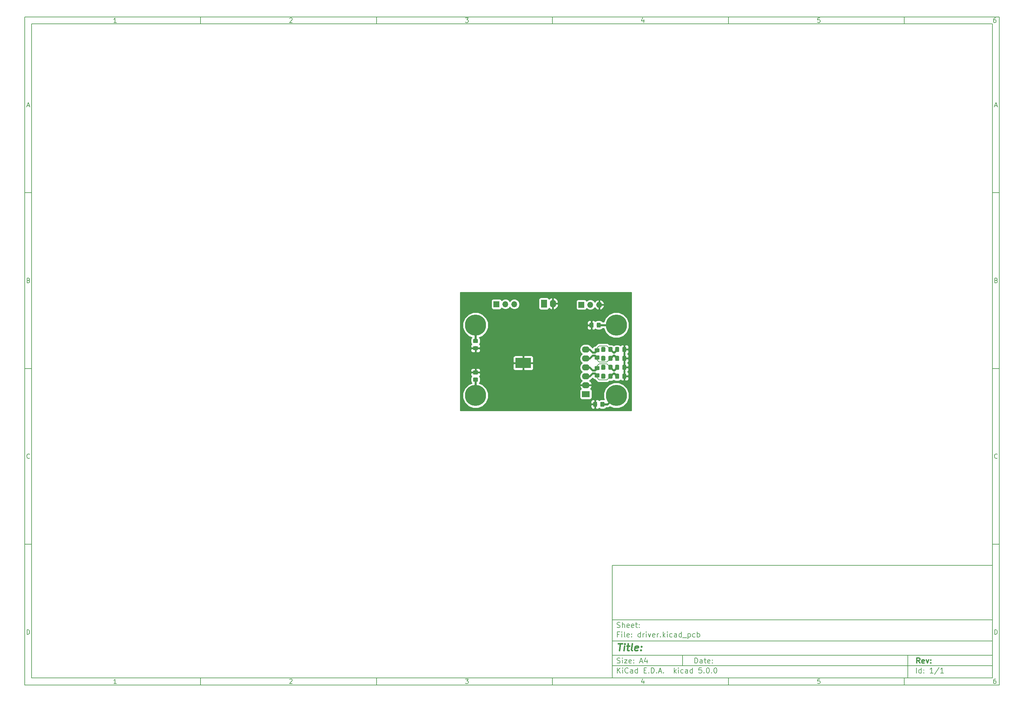
<source format=gbl>
G04 #@! TF.GenerationSoftware,KiCad,Pcbnew,5.0.0*
G04 #@! TF.CreationDate,2018-10-21T13:37:26+10:00*
G04 #@! TF.ProjectId,driver,6472697665722E6B696361645F706362,rev?*
G04 #@! TF.SameCoordinates,Original*
G04 #@! TF.FileFunction,Copper,L2,Bot,Signal*
G04 #@! TF.FilePolarity,Positive*
%FSLAX46Y46*%
G04 Gerber Fmt 4.6, Leading zero omitted, Abs format (unit mm)*
G04 Created by KiCad (PCBNEW 5.0.0) date Sun Oct 21 13:37:26 2018*
%MOMM*%
%LPD*%
G01*
G04 APERTURE LIST*
%ADD10C,0.100000*%
%ADD11C,0.150000*%
%ADD12C,0.300000*%
%ADD13C,0.400000*%
G04 #@! TA.AperFunction,ComponentPad*
%ADD14O,1.700000X1.700000*%
G04 #@! TD*
G04 #@! TA.AperFunction,ComponentPad*
%ADD15R,1.700000X1.700000*%
G04 #@! TD*
G04 #@! TA.AperFunction,ComponentPad*
%ADD16C,0.800000*%
G04 #@! TD*
G04 #@! TA.AperFunction,ComponentPad*
%ADD17C,6.000000*%
G04 #@! TD*
G04 #@! TA.AperFunction,Conductor*
%ADD18C,0.100000*%
G04 #@! TD*
G04 #@! TA.AperFunction,SMDPad,CuDef*
%ADD19C,1.150000*%
G04 #@! TD*
G04 #@! TA.AperFunction,ComponentPad*
%ADD20R,1.740000X2.200000*%
G04 #@! TD*
G04 #@! TA.AperFunction,ComponentPad*
%ADD21O,1.740000X2.200000*%
G04 #@! TD*
G04 #@! TA.AperFunction,ComponentPad*
%ADD22R,2.200000X1.740000*%
G04 #@! TD*
G04 #@! TA.AperFunction,ComponentPad*
%ADD23O,2.200000X1.740000*%
G04 #@! TD*
G04 #@! TA.AperFunction,Conductor*
%ADD24R,4.500000X2.950000*%
G04 #@! TD*
G04 #@! TA.AperFunction,ViaPad*
%ADD25C,0.600000*%
G04 #@! TD*
G04 #@! TA.AperFunction,ViaPad*
%ADD26C,0.800000*%
G04 #@! TD*
G04 #@! TA.AperFunction,Conductor*
%ADD27C,0.625000*%
G04 #@! TD*
G04 #@! TA.AperFunction,Conductor*
%ADD28C,0.200000*%
G04 #@! TD*
G04 #@! TA.AperFunction,Conductor*
%ADD29C,0.254000*%
G04 #@! TD*
G04 APERTURE END LIST*
D10*
D11*
X177002200Y-166007200D02*
X177002200Y-198007200D01*
X285002200Y-198007200D01*
X285002200Y-166007200D01*
X177002200Y-166007200D01*
D10*
D11*
X10000000Y-10000000D02*
X10000000Y-200007200D01*
X287002200Y-200007200D01*
X287002200Y-10000000D01*
X10000000Y-10000000D01*
D10*
D11*
X12000000Y-12000000D02*
X12000000Y-198007200D01*
X285002200Y-198007200D01*
X285002200Y-12000000D01*
X12000000Y-12000000D01*
D10*
D11*
X60000000Y-12000000D02*
X60000000Y-10000000D01*
D10*
D11*
X110000000Y-12000000D02*
X110000000Y-10000000D01*
D10*
D11*
X160000000Y-12000000D02*
X160000000Y-10000000D01*
D10*
D11*
X210000000Y-12000000D02*
X210000000Y-10000000D01*
D10*
D11*
X260000000Y-12000000D02*
X260000000Y-10000000D01*
D10*
D11*
X36065476Y-11588095D02*
X35322619Y-11588095D01*
X35694047Y-11588095D02*
X35694047Y-10288095D01*
X35570238Y-10473809D01*
X35446428Y-10597619D01*
X35322619Y-10659523D01*
D10*
D11*
X85322619Y-10411904D02*
X85384523Y-10350000D01*
X85508333Y-10288095D01*
X85817857Y-10288095D01*
X85941666Y-10350000D01*
X86003571Y-10411904D01*
X86065476Y-10535714D01*
X86065476Y-10659523D01*
X86003571Y-10845238D01*
X85260714Y-11588095D01*
X86065476Y-11588095D01*
D10*
D11*
X135260714Y-10288095D02*
X136065476Y-10288095D01*
X135632142Y-10783333D01*
X135817857Y-10783333D01*
X135941666Y-10845238D01*
X136003571Y-10907142D01*
X136065476Y-11030952D01*
X136065476Y-11340476D01*
X136003571Y-11464285D01*
X135941666Y-11526190D01*
X135817857Y-11588095D01*
X135446428Y-11588095D01*
X135322619Y-11526190D01*
X135260714Y-11464285D01*
D10*
D11*
X185941666Y-10721428D02*
X185941666Y-11588095D01*
X185632142Y-10226190D02*
X185322619Y-11154761D01*
X186127380Y-11154761D01*
D10*
D11*
X236003571Y-10288095D02*
X235384523Y-10288095D01*
X235322619Y-10907142D01*
X235384523Y-10845238D01*
X235508333Y-10783333D01*
X235817857Y-10783333D01*
X235941666Y-10845238D01*
X236003571Y-10907142D01*
X236065476Y-11030952D01*
X236065476Y-11340476D01*
X236003571Y-11464285D01*
X235941666Y-11526190D01*
X235817857Y-11588095D01*
X235508333Y-11588095D01*
X235384523Y-11526190D01*
X235322619Y-11464285D01*
D10*
D11*
X285941666Y-10288095D02*
X285694047Y-10288095D01*
X285570238Y-10350000D01*
X285508333Y-10411904D01*
X285384523Y-10597619D01*
X285322619Y-10845238D01*
X285322619Y-11340476D01*
X285384523Y-11464285D01*
X285446428Y-11526190D01*
X285570238Y-11588095D01*
X285817857Y-11588095D01*
X285941666Y-11526190D01*
X286003571Y-11464285D01*
X286065476Y-11340476D01*
X286065476Y-11030952D01*
X286003571Y-10907142D01*
X285941666Y-10845238D01*
X285817857Y-10783333D01*
X285570238Y-10783333D01*
X285446428Y-10845238D01*
X285384523Y-10907142D01*
X285322619Y-11030952D01*
D10*
D11*
X60000000Y-198007200D02*
X60000000Y-200007200D01*
D10*
D11*
X110000000Y-198007200D02*
X110000000Y-200007200D01*
D10*
D11*
X160000000Y-198007200D02*
X160000000Y-200007200D01*
D10*
D11*
X210000000Y-198007200D02*
X210000000Y-200007200D01*
D10*
D11*
X260000000Y-198007200D02*
X260000000Y-200007200D01*
D10*
D11*
X36065476Y-199595295D02*
X35322619Y-199595295D01*
X35694047Y-199595295D02*
X35694047Y-198295295D01*
X35570238Y-198481009D01*
X35446428Y-198604819D01*
X35322619Y-198666723D01*
D10*
D11*
X85322619Y-198419104D02*
X85384523Y-198357200D01*
X85508333Y-198295295D01*
X85817857Y-198295295D01*
X85941666Y-198357200D01*
X86003571Y-198419104D01*
X86065476Y-198542914D01*
X86065476Y-198666723D01*
X86003571Y-198852438D01*
X85260714Y-199595295D01*
X86065476Y-199595295D01*
D10*
D11*
X135260714Y-198295295D02*
X136065476Y-198295295D01*
X135632142Y-198790533D01*
X135817857Y-198790533D01*
X135941666Y-198852438D01*
X136003571Y-198914342D01*
X136065476Y-199038152D01*
X136065476Y-199347676D01*
X136003571Y-199471485D01*
X135941666Y-199533390D01*
X135817857Y-199595295D01*
X135446428Y-199595295D01*
X135322619Y-199533390D01*
X135260714Y-199471485D01*
D10*
D11*
X185941666Y-198728628D02*
X185941666Y-199595295D01*
X185632142Y-198233390D02*
X185322619Y-199161961D01*
X186127380Y-199161961D01*
D10*
D11*
X236003571Y-198295295D02*
X235384523Y-198295295D01*
X235322619Y-198914342D01*
X235384523Y-198852438D01*
X235508333Y-198790533D01*
X235817857Y-198790533D01*
X235941666Y-198852438D01*
X236003571Y-198914342D01*
X236065476Y-199038152D01*
X236065476Y-199347676D01*
X236003571Y-199471485D01*
X235941666Y-199533390D01*
X235817857Y-199595295D01*
X235508333Y-199595295D01*
X235384523Y-199533390D01*
X235322619Y-199471485D01*
D10*
D11*
X285941666Y-198295295D02*
X285694047Y-198295295D01*
X285570238Y-198357200D01*
X285508333Y-198419104D01*
X285384523Y-198604819D01*
X285322619Y-198852438D01*
X285322619Y-199347676D01*
X285384523Y-199471485D01*
X285446428Y-199533390D01*
X285570238Y-199595295D01*
X285817857Y-199595295D01*
X285941666Y-199533390D01*
X286003571Y-199471485D01*
X286065476Y-199347676D01*
X286065476Y-199038152D01*
X286003571Y-198914342D01*
X285941666Y-198852438D01*
X285817857Y-198790533D01*
X285570238Y-198790533D01*
X285446428Y-198852438D01*
X285384523Y-198914342D01*
X285322619Y-199038152D01*
D10*
D11*
X10000000Y-60000000D02*
X12000000Y-60000000D01*
D10*
D11*
X10000000Y-110000000D02*
X12000000Y-110000000D01*
D10*
D11*
X10000000Y-160000000D02*
X12000000Y-160000000D01*
D10*
D11*
X10690476Y-35216666D02*
X11309523Y-35216666D01*
X10566666Y-35588095D02*
X11000000Y-34288095D01*
X11433333Y-35588095D01*
D10*
D11*
X11092857Y-84907142D02*
X11278571Y-84969047D01*
X11340476Y-85030952D01*
X11402380Y-85154761D01*
X11402380Y-85340476D01*
X11340476Y-85464285D01*
X11278571Y-85526190D01*
X11154761Y-85588095D01*
X10659523Y-85588095D01*
X10659523Y-84288095D01*
X11092857Y-84288095D01*
X11216666Y-84350000D01*
X11278571Y-84411904D01*
X11340476Y-84535714D01*
X11340476Y-84659523D01*
X11278571Y-84783333D01*
X11216666Y-84845238D01*
X11092857Y-84907142D01*
X10659523Y-84907142D01*
D10*
D11*
X11402380Y-135464285D02*
X11340476Y-135526190D01*
X11154761Y-135588095D01*
X11030952Y-135588095D01*
X10845238Y-135526190D01*
X10721428Y-135402380D01*
X10659523Y-135278571D01*
X10597619Y-135030952D01*
X10597619Y-134845238D01*
X10659523Y-134597619D01*
X10721428Y-134473809D01*
X10845238Y-134350000D01*
X11030952Y-134288095D01*
X11154761Y-134288095D01*
X11340476Y-134350000D01*
X11402380Y-134411904D01*
D10*
D11*
X10659523Y-185588095D02*
X10659523Y-184288095D01*
X10969047Y-184288095D01*
X11154761Y-184350000D01*
X11278571Y-184473809D01*
X11340476Y-184597619D01*
X11402380Y-184845238D01*
X11402380Y-185030952D01*
X11340476Y-185278571D01*
X11278571Y-185402380D01*
X11154761Y-185526190D01*
X10969047Y-185588095D01*
X10659523Y-185588095D01*
D10*
D11*
X287002200Y-60000000D02*
X285002200Y-60000000D01*
D10*
D11*
X287002200Y-110000000D02*
X285002200Y-110000000D01*
D10*
D11*
X287002200Y-160000000D02*
X285002200Y-160000000D01*
D10*
D11*
X285692676Y-35216666D02*
X286311723Y-35216666D01*
X285568866Y-35588095D02*
X286002200Y-34288095D01*
X286435533Y-35588095D01*
D10*
D11*
X286095057Y-84907142D02*
X286280771Y-84969047D01*
X286342676Y-85030952D01*
X286404580Y-85154761D01*
X286404580Y-85340476D01*
X286342676Y-85464285D01*
X286280771Y-85526190D01*
X286156961Y-85588095D01*
X285661723Y-85588095D01*
X285661723Y-84288095D01*
X286095057Y-84288095D01*
X286218866Y-84350000D01*
X286280771Y-84411904D01*
X286342676Y-84535714D01*
X286342676Y-84659523D01*
X286280771Y-84783333D01*
X286218866Y-84845238D01*
X286095057Y-84907142D01*
X285661723Y-84907142D01*
D10*
D11*
X286404580Y-135464285D02*
X286342676Y-135526190D01*
X286156961Y-135588095D01*
X286033152Y-135588095D01*
X285847438Y-135526190D01*
X285723628Y-135402380D01*
X285661723Y-135278571D01*
X285599819Y-135030952D01*
X285599819Y-134845238D01*
X285661723Y-134597619D01*
X285723628Y-134473809D01*
X285847438Y-134350000D01*
X286033152Y-134288095D01*
X286156961Y-134288095D01*
X286342676Y-134350000D01*
X286404580Y-134411904D01*
D10*
D11*
X285661723Y-185588095D02*
X285661723Y-184288095D01*
X285971247Y-184288095D01*
X286156961Y-184350000D01*
X286280771Y-184473809D01*
X286342676Y-184597619D01*
X286404580Y-184845238D01*
X286404580Y-185030952D01*
X286342676Y-185278571D01*
X286280771Y-185402380D01*
X286156961Y-185526190D01*
X285971247Y-185588095D01*
X285661723Y-185588095D01*
D10*
D11*
X200434342Y-193785771D02*
X200434342Y-192285771D01*
X200791485Y-192285771D01*
X201005771Y-192357200D01*
X201148628Y-192500057D01*
X201220057Y-192642914D01*
X201291485Y-192928628D01*
X201291485Y-193142914D01*
X201220057Y-193428628D01*
X201148628Y-193571485D01*
X201005771Y-193714342D01*
X200791485Y-193785771D01*
X200434342Y-193785771D01*
X202577200Y-193785771D02*
X202577200Y-193000057D01*
X202505771Y-192857200D01*
X202362914Y-192785771D01*
X202077200Y-192785771D01*
X201934342Y-192857200D01*
X202577200Y-193714342D02*
X202434342Y-193785771D01*
X202077200Y-193785771D01*
X201934342Y-193714342D01*
X201862914Y-193571485D01*
X201862914Y-193428628D01*
X201934342Y-193285771D01*
X202077200Y-193214342D01*
X202434342Y-193214342D01*
X202577200Y-193142914D01*
X203077200Y-192785771D02*
X203648628Y-192785771D01*
X203291485Y-192285771D02*
X203291485Y-193571485D01*
X203362914Y-193714342D01*
X203505771Y-193785771D01*
X203648628Y-193785771D01*
X204720057Y-193714342D02*
X204577200Y-193785771D01*
X204291485Y-193785771D01*
X204148628Y-193714342D01*
X204077200Y-193571485D01*
X204077200Y-193000057D01*
X204148628Y-192857200D01*
X204291485Y-192785771D01*
X204577200Y-192785771D01*
X204720057Y-192857200D01*
X204791485Y-193000057D01*
X204791485Y-193142914D01*
X204077200Y-193285771D01*
X205434342Y-193642914D02*
X205505771Y-193714342D01*
X205434342Y-193785771D01*
X205362914Y-193714342D01*
X205434342Y-193642914D01*
X205434342Y-193785771D01*
X205434342Y-192857200D02*
X205505771Y-192928628D01*
X205434342Y-193000057D01*
X205362914Y-192928628D01*
X205434342Y-192857200D01*
X205434342Y-193000057D01*
D10*
D11*
X177002200Y-194507200D02*
X285002200Y-194507200D01*
D10*
D11*
X178434342Y-196585771D02*
X178434342Y-195085771D01*
X179291485Y-196585771D02*
X178648628Y-195728628D01*
X179291485Y-195085771D02*
X178434342Y-195942914D01*
X179934342Y-196585771D02*
X179934342Y-195585771D01*
X179934342Y-195085771D02*
X179862914Y-195157200D01*
X179934342Y-195228628D01*
X180005771Y-195157200D01*
X179934342Y-195085771D01*
X179934342Y-195228628D01*
X181505771Y-196442914D02*
X181434342Y-196514342D01*
X181220057Y-196585771D01*
X181077200Y-196585771D01*
X180862914Y-196514342D01*
X180720057Y-196371485D01*
X180648628Y-196228628D01*
X180577200Y-195942914D01*
X180577200Y-195728628D01*
X180648628Y-195442914D01*
X180720057Y-195300057D01*
X180862914Y-195157200D01*
X181077200Y-195085771D01*
X181220057Y-195085771D01*
X181434342Y-195157200D01*
X181505771Y-195228628D01*
X182791485Y-196585771D02*
X182791485Y-195800057D01*
X182720057Y-195657200D01*
X182577200Y-195585771D01*
X182291485Y-195585771D01*
X182148628Y-195657200D01*
X182791485Y-196514342D02*
X182648628Y-196585771D01*
X182291485Y-196585771D01*
X182148628Y-196514342D01*
X182077200Y-196371485D01*
X182077200Y-196228628D01*
X182148628Y-196085771D01*
X182291485Y-196014342D01*
X182648628Y-196014342D01*
X182791485Y-195942914D01*
X184148628Y-196585771D02*
X184148628Y-195085771D01*
X184148628Y-196514342D02*
X184005771Y-196585771D01*
X183720057Y-196585771D01*
X183577200Y-196514342D01*
X183505771Y-196442914D01*
X183434342Y-196300057D01*
X183434342Y-195871485D01*
X183505771Y-195728628D01*
X183577200Y-195657200D01*
X183720057Y-195585771D01*
X184005771Y-195585771D01*
X184148628Y-195657200D01*
X186005771Y-195800057D02*
X186505771Y-195800057D01*
X186720057Y-196585771D02*
X186005771Y-196585771D01*
X186005771Y-195085771D01*
X186720057Y-195085771D01*
X187362914Y-196442914D02*
X187434342Y-196514342D01*
X187362914Y-196585771D01*
X187291485Y-196514342D01*
X187362914Y-196442914D01*
X187362914Y-196585771D01*
X188077200Y-196585771D02*
X188077200Y-195085771D01*
X188434342Y-195085771D01*
X188648628Y-195157200D01*
X188791485Y-195300057D01*
X188862914Y-195442914D01*
X188934342Y-195728628D01*
X188934342Y-195942914D01*
X188862914Y-196228628D01*
X188791485Y-196371485D01*
X188648628Y-196514342D01*
X188434342Y-196585771D01*
X188077200Y-196585771D01*
X189577200Y-196442914D02*
X189648628Y-196514342D01*
X189577200Y-196585771D01*
X189505771Y-196514342D01*
X189577200Y-196442914D01*
X189577200Y-196585771D01*
X190220057Y-196157200D02*
X190934342Y-196157200D01*
X190077200Y-196585771D02*
X190577200Y-195085771D01*
X191077200Y-196585771D01*
X191577200Y-196442914D02*
X191648628Y-196514342D01*
X191577200Y-196585771D01*
X191505771Y-196514342D01*
X191577200Y-196442914D01*
X191577200Y-196585771D01*
X194577200Y-196585771D02*
X194577200Y-195085771D01*
X194720057Y-196014342D02*
X195148628Y-196585771D01*
X195148628Y-195585771D02*
X194577200Y-196157200D01*
X195791485Y-196585771D02*
X195791485Y-195585771D01*
X195791485Y-195085771D02*
X195720057Y-195157200D01*
X195791485Y-195228628D01*
X195862914Y-195157200D01*
X195791485Y-195085771D01*
X195791485Y-195228628D01*
X197148628Y-196514342D02*
X197005771Y-196585771D01*
X196720057Y-196585771D01*
X196577200Y-196514342D01*
X196505771Y-196442914D01*
X196434342Y-196300057D01*
X196434342Y-195871485D01*
X196505771Y-195728628D01*
X196577200Y-195657200D01*
X196720057Y-195585771D01*
X197005771Y-195585771D01*
X197148628Y-195657200D01*
X198434342Y-196585771D02*
X198434342Y-195800057D01*
X198362914Y-195657200D01*
X198220057Y-195585771D01*
X197934342Y-195585771D01*
X197791485Y-195657200D01*
X198434342Y-196514342D02*
X198291485Y-196585771D01*
X197934342Y-196585771D01*
X197791485Y-196514342D01*
X197720057Y-196371485D01*
X197720057Y-196228628D01*
X197791485Y-196085771D01*
X197934342Y-196014342D01*
X198291485Y-196014342D01*
X198434342Y-195942914D01*
X199791485Y-196585771D02*
X199791485Y-195085771D01*
X199791485Y-196514342D02*
X199648628Y-196585771D01*
X199362914Y-196585771D01*
X199220057Y-196514342D01*
X199148628Y-196442914D01*
X199077200Y-196300057D01*
X199077200Y-195871485D01*
X199148628Y-195728628D01*
X199220057Y-195657200D01*
X199362914Y-195585771D01*
X199648628Y-195585771D01*
X199791485Y-195657200D01*
X202362914Y-195085771D02*
X201648628Y-195085771D01*
X201577200Y-195800057D01*
X201648628Y-195728628D01*
X201791485Y-195657200D01*
X202148628Y-195657200D01*
X202291485Y-195728628D01*
X202362914Y-195800057D01*
X202434342Y-195942914D01*
X202434342Y-196300057D01*
X202362914Y-196442914D01*
X202291485Y-196514342D01*
X202148628Y-196585771D01*
X201791485Y-196585771D01*
X201648628Y-196514342D01*
X201577200Y-196442914D01*
X203077200Y-196442914D02*
X203148628Y-196514342D01*
X203077200Y-196585771D01*
X203005771Y-196514342D01*
X203077200Y-196442914D01*
X203077200Y-196585771D01*
X204077200Y-195085771D02*
X204220057Y-195085771D01*
X204362914Y-195157200D01*
X204434342Y-195228628D01*
X204505771Y-195371485D01*
X204577200Y-195657200D01*
X204577200Y-196014342D01*
X204505771Y-196300057D01*
X204434342Y-196442914D01*
X204362914Y-196514342D01*
X204220057Y-196585771D01*
X204077200Y-196585771D01*
X203934342Y-196514342D01*
X203862914Y-196442914D01*
X203791485Y-196300057D01*
X203720057Y-196014342D01*
X203720057Y-195657200D01*
X203791485Y-195371485D01*
X203862914Y-195228628D01*
X203934342Y-195157200D01*
X204077200Y-195085771D01*
X205220057Y-196442914D02*
X205291485Y-196514342D01*
X205220057Y-196585771D01*
X205148628Y-196514342D01*
X205220057Y-196442914D01*
X205220057Y-196585771D01*
X206220057Y-195085771D02*
X206362914Y-195085771D01*
X206505771Y-195157200D01*
X206577200Y-195228628D01*
X206648628Y-195371485D01*
X206720057Y-195657200D01*
X206720057Y-196014342D01*
X206648628Y-196300057D01*
X206577200Y-196442914D01*
X206505771Y-196514342D01*
X206362914Y-196585771D01*
X206220057Y-196585771D01*
X206077200Y-196514342D01*
X206005771Y-196442914D01*
X205934342Y-196300057D01*
X205862914Y-196014342D01*
X205862914Y-195657200D01*
X205934342Y-195371485D01*
X206005771Y-195228628D01*
X206077200Y-195157200D01*
X206220057Y-195085771D01*
D10*
D11*
X177002200Y-191507200D02*
X285002200Y-191507200D01*
D10*
D12*
X264411485Y-193785771D02*
X263911485Y-193071485D01*
X263554342Y-193785771D02*
X263554342Y-192285771D01*
X264125771Y-192285771D01*
X264268628Y-192357200D01*
X264340057Y-192428628D01*
X264411485Y-192571485D01*
X264411485Y-192785771D01*
X264340057Y-192928628D01*
X264268628Y-193000057D01*
X264125771Y-193071485D01*
X263554342Y-193071485D01*
X265625771Y-193714342D02*
X265482914Y-193785771D01*
X265197200Y-193785771D01*
X265054342Y-193714342D01*
X264982914Y-193571485D01*
X264982914Y-193000057D01*
X265054342Y-192857200D01*
X265197200Y-192785771D01*
X265482914Y-192785771D01*
X265625771Y-192857200D01*
X265697200Y-193000057D01*
X265697200Y-193142914D01*
X264982914Y-193285771D01*
X266197200Y-192785771D02*
X266554342Y-193785771D01*
X266911485Y-192785771D01*
X267482914Y-193642914D02*
X267554342Y-193714342D01*
X267482914Y-193785771D01*
X267411485Y-193714342D01*
X267482914Y-193642914D01*
X267482914Y-193785771D01*
X267482914Y-192857200D02*
X267554342Y-192928628D01*
X267482914Y-193000057D01*
X267411485Y-192928628D01*
X267482914Y-192857200D01*
X267482914Y-193000057D01*
D10*
D11*
X178362914Y-193714342D02*
X178577200Y-193785771D01*
X178934342Y-193785771D01*
X179077200Y-193714342D01*
X179148628Y-193642914D01*
X179220057Y-193500057D01*
X179220057Y-193357200D01*
X179148628Y-193214342D01*
X179077200Y-193142914D01*
X178934342Y-193071485D01*
X178648628Y-193000057D01*
X178505771Y-192928628D01*
X178434342Y-192857200D01*
X178362914Y-192714342D01*
X178362914Y-192571485D01*
X178434342Y-192428628D01*
X178505771Y-192357200D01*
X178648628Y-192285771D01*
X179005771Y-192285771D01*
X179220057Y-192357200D01*
X179862914Y-193785771D02*
X179862914Y-192785771D01*
X179862914Y-192285771D02*
X179791485Y-192357200D01*
X179862914Y-192428628D01*
X179934342Y-192357200D01*
X179862914Y-192285771D01*
X179862914Y-192428628D01*
X180434342Y-192785771D02*
X181220057Y-192785771D01*
X180434342Y-193785771D01*
X181220057Y-193785771D01*
X182362914Y-193714342D02*
X182220057Y-193785771D01*
X181934342Y-193785771D01*
X181791485Y-193714342D01*
X181720057Y-193571485D01*
X181720057Y-193000057D01*
X181791485Y-192857200D01*
X181934342Y-192785771D01*
X182220057Y-192785771D01*
X182362914Y-192857200D01*
X182434342Y-193000057D01*
X182434342Y-193142914D01*
X181720057Y-193285771D01*
X183077200Y-193642914D02*
X183148628Y-193714342D01*
X183077200Y-193785771D01*
X183005771Y-193714342D01*
X183077200Y-193642914D01*
X183077200Y-193785771D01*
X183077200Y-192857200D02*
X183148628Y-192928628D01*
X183077200Y-193000057D01*
X183005771Y-192928628D01*
X183077200Y-192857200D01*
X183077200Y-193000057D01*
X184862914Y-193357200D02*
X185577200Y-193357200D01*
X184720057Y-193785771D02*
X185220057Y-192285771D01*
X185720057Y-193785771D01*
X186862914Y-192785771D02*
X186862914Y-193785771D01*
X186505771Y-192214342D02*
X186148628Y-193285771D01*
X187077200Y-193285771D01*
D10*
D11*
X263434342Y-196585771D02*
X263434342Y-195085771D01*
X264791485Y-196585771D02*
X264791485Y-195085771D01*
X264791485Y-196514342D02*
X264648628Y-196585771D01*
X264362914Y-196585771D01*
X264220057Y-196514342D01*
X264148628Y-196442914D01*
X264077200Y-196300057D01*
X264077200Y-195871485D01*
X264148628Y-195728628D01*
X264220057Y-195657200D01*
X264362914Y-195585771D01*
X264648628Y-195585771D01*
X264791485Y-195657200D01*
X265505771Y-196442914D02*
X265577200Y-196514342D01*
X265505771Y-196585771D01*
X265434342Y-196514342D01*
X265505771Y-196442914D01*
X265505771Y-196585771D01*
X265505771Y-195657200D02*
X265577200Y-195728628D01*
X265505771Y-195800057D01*
X265434342Y-195728628D01*
X265505771Y-195657200D01*
X265505771Y-195800057D01*
X268148628Y-196585771D02*
X267291485Y-196585771D01*
X267720057Y-196585771D02*
X267720057Y-195085771D01*
X267577200Y-195300057D01*
X267434342Y-195442914D01*
X267291485Y-195514342D01*
X269862914Y-195014342D02*
X268577200Y-196942914D01*
X271148628Y-196585771D02*
X270291485Y-196585771D01*
X270720057Y-196585771D02*
X270720057Y-195085771D01*
X270577200Y-195300057D01*
X270434342Y-195442914D01*
X270291485Y-195514342D01*
D10*
D11*
X177002200Y-187507200D02*
X285002200Y-187507200D01*
D10*
D13*
X178714580Y-188211961D02*
X179857438Y-188211961D01*
X179036009Y-190211961D02*
X179286009Y-188211961D01*
X180274104Y-190211961D02*
X180440771Y-188878628D01*
X180524104Y-188211961D02*
X180416961Y-188307200D01*
X180500295Y-188402438D01*
X180607438Y-188307200D01*
X180524104Y-188211961D01*
X180500295Y-188402438D01*
X181107438Y-188878628D02*
X181869342Y-188878628D01*
X181476485Y-188211961D02*
X181262200Y-189926247D01*
X181333628Y-190116723D01*
X181512200Y-190211961D01*
X181702676Y-190211961D01*
X182655057Y-190211961D02*
X182476485Y-190116723D01*
X182405057Y-189926247D01*
X182619342Y-188211961D01*
X184190771Y-190116723D02*
X183988390Y-190211961D01*
X183607438Y-190211961D01*
X183428866Y-190116723D01*
X183357438Y-189926247D01*
X183452676Y-189164342D01*
X183571723Y-188973866D01*
X183774104Y-188878628D01*
X184155057Y-188878628D01*
X184333628Y-188973866D01*
X184405057Y-189164342D01*
X184381247Y-189354819D01*
X183405057Y-189545295D01*
X185155057Y-190021485D02*
X185238390Y-190116723D01*
X185131247Y-190211961D01*
X185047914Y-190116723D01*
X185155057Y-190021485D01*
X185131247Y-190211961D01*
X185286009Y-188973866D02*
X185369342Y-189069104D01*
X185262200Y-189164342D01*
X185178866Y-189069104D01*
X185286009Y-188973866D01*
X185262200Y-189164342D01*
D10*
D11*
X178934342Y-185600057D02*
X178434342Y-185600057D01*
X178434342Y-186385771D02*
X178434342Y-184885771D01*
X179148628Y-184885771D01*
X179720057Y-186385771D02*
X179720057Y-185385771D01*
X179720057Y-184885771D02*
X179648628Y-184957200D01*
X179720057Y-185028628D01*
X179791485Y-184957200D01*
X179720057Y-184885771D01*
X179720057Y-185028628D01*
X180648628Y-186385771D02*
X180505771Y-186314342D01*
X180434342Y-186171485D01*
X180434342Y-184885771D01*
X181791485Y-186314342D02*
X181648628Y-186385771D01*
X181362914Y-186385771D01*
X181220057Y-186314342D01*
X181148628Y-186171485D01*
X181148628Y-185600057D01*
X181220057Y-185457200D01*
X181362914Y-185385771D01*
X181648628Y-185385771D01*
X181791485Y-185457200D01*
X181862914Y-185600057D01*
X181862914Y-185742914D01*
X181148628Y-185885771D01*
X182505771Y-186242914D02*
X182577200Y-186314342D01*
X182505771Y-186385771D01*
X182434342Y-186314342D01*
X182505771Y-186242914D01*
X182505771Y-186385771D01*
X182505771Y-185457200D02*
X182577200Y-185528628D01*
X182505771Y-185600057D01*
X182434342Y-185528628D01*
X182505771Y-185457200D01*
X182505771Y-185600057D01*
X185005771Y-186385771D02*
X185005771Y-184885771D01*
X185005771Y-186314342D02*
X184862914Y-186385771D01*
X184577200Y-186385771D01*
X184434342Y-186314342D01*
X184362914Y-186242914D01*
X184291485Y-186100057D01*
X184291485Y-185671485D01*
X184362914Y-185528628D01*
X184434342Y-185457200D01*
X184577200Y-185385771D01*
X184862914Y-185385771D01*
X185005771Y-185457200D01*
X185720057Y-186385771D02*
X185720057Y-185385771D01*
X185720057Y-185671485D02*
X185791485Y-185528628D01*
X185862914Y-185457200D01*
X186005771Y-185385771D01*
X186148628Y-185385771D01*
X186648628Y-186385771D02*
X186648628Y-185385771D01*
X186648628Y-184885771D02*
X186577200Y-184957200D01*
X186648628Y-185028628D01*
X186720057Y-184957200D01*
X186648628Y-184885771D01*
X186648628Y-185028628D01*
X187220057Y-185385771D02*
X187577200Y-186385771D01*
X187934342Y-185385771D01*
X189077200Y-186314342D02*
X188934342Y-186385771D01*
X188648628Y-186385771D01*
X188505771Y-186314342D01*
X188434342Y-186171485D01*
X188434342Y-185600057D01*
X188505771Y-185457200D01*
X188648628Y-185385771D01*
X188934342Y-185385771D01*
X189077200Y-185457200D01*
X189148628Y-185600057D01*
X189148628Y-185742914D01*
X188434342Y-185885771D01*
X189791485Y-186385771D02*
X189791485Y-185385771D01*
X189791485Y-185671485D02*
X189862914Y-185528628D01*
X189934342Y-185457200D01*
X190077200Y-185385771D01*
X190220057Y-185385771D01*
X190720057Y-186242914D02*
X190791485Y-186314342D01*
X190720057Y-186385771D01*
X190648628Y-186314342D01*
X190720057Y-186242914D01*
X190720057Y-186385771D01*
X191434342Y-186385771D02*
X191434342Y-184885771D01*
X191577200Y-185814342D02*
X192005771Y-186385771D01*
X192005771Y-185385771D02*
X191434342Y-185957200D01*
X192648628Y-186385771D02*
X192648628Y-185385771D01*
X192648628Y-184885771D02*
X192577200Y-184957200D01*
X192648628Y-185028628D01*
X192720057Y-184957200D01*
X192648628Y-184885771D01*
X192648628Y-185028628D01*
X194005771Y-186314342D02*
X193862914Y-186385771D01*
X193577200Y-186385771D01*
X193434342Y-186314342D01*
X193362914Y-186242914D01*
X193291485Y-186100057D01*
X193291485Y-185671485D01*
X193362914Y-185528628D01*
X193434342Y-185457200D01*
X193577200Y-185385771D01*
X193862914Y-185385771D01*
X194005771Y-185457200D01*
X195291485Y-186385771D02*
X195291485Y-185600057D01*
X195220057Y-185457200D01*
X195077200Y-185385771D01*
X194791485Y-185385771D01*
X194648628Y-185457200D01*
X195291485Y-186314342D02*
X195148628Y-186385771D01*
X194791485Y-186385771D01*
X194648628Y-186314342D01*
X194577200Y-186171485D01*
X194577200Y-186028628D01*
X194648628Y-185885771D01*
X194791485Y-185814342D01*
X195148628Y-185814342D01*
X195291485Y-185742914D01*
X196648628Y-186385771D02*
X196648628Y-184885771D01*
X196648628Y-186314342D02*
X196505771Y-186385771D01*
X196220057Y-186385771D01*
X196077200Y-186314342D01*
X196005771Y-186242914D01*
X195934342Y-186100057D01*
X195934342Y-185671485D01*
X196005771Y-185528628D01*
X196077200Y-185457200D01*
X196220057Y-185385771D01*
X196505771Y-185385771D01*
X196648628Y-185457200D01*
X197005771Y-186528628D02*
X198148628Y-186528628D01*
X198505771Y-185385771D02*
X198505771Y-186885771D01*
X198505771Y-185457200D02*
X198648628Y-185385771D01*
X198934342Y-185385771D01*
X199077200Y-185457200D01*
X199148628Y-185528628D01*
X199220057Y-185671485D01*
X199220057Y-186100057D01*
X199148628Y-186242914D01*
X199077200Y-186314342D01*
X198934342Y-186385771D01*
X198648628Y-186385771D01*
X198505771Y-186314342D01*
X200505771Y-186314342D02*
X200362914Y-186385771D01*
X200077200Y-186385771D01*
X199934342Y-186314342D01*
X199862914Y-186242914D01*
X199791485Y-186100057D01*
X199791485Y-185671485D01*
X199862914Y-185528628D01*
X199934342Y-185457200D01*
X200077200Y-185385771D01*
X200362914Y-185385771D01*
X200505771Y-185457200D01*
X201148628Y-186385771D02*
X201148628Y-184885771D01*
X201148628Y-185457200D02*
X201291485Y-185385771D01*
X201577200Y-185385771D01*
X201720057Y-185457200D01*
X201791485Y-185528628D01*
X201862914Y-185671485D01*
X201862914Y-186100057D01*
X201791485Y-186242914D01*
X201720057Y-186314342D01*
X201577200Y-186385771D01*
X201291485Y-186385771D01*
X201148628Y-186314342D01*
D10*
D11*
X177002200Y-181507200D02*
X285002200Y-181507200D01*
D10*
D11*
X178362914Y-183614342D02*
X178577200Y-183685771D01*
X178934342Y-183685771D01*
X179077200Y-183614342D01*
X179148628Y-183542914D01*
X179220057Y-183400057D01*
X179220057Y-183257200D01*
X179148628Y-183114342D01*
X179077200Y-183042914D01*
X178934342Y-182971485D01*
X178648628Y-182900057D01*
X178505771Y-182828628D01*
X178434342Y-182757200D01*
X178362914Y-182614342D01*
X178362914Y-182471485D01*
X178434342Y-182328628D01*
X178505771Y-182257200D01*
X178648628Y-182185771D01*
X179005771Y-182185771D01*
X179220057Y-182257200D01*
X179862914Y-183685771D02*
X179862914Y-182185771D01*
X180505771Y-183685771D02*
X180505771Y-182900057D01*
X180434342Y-182757200D01*
X180291485Y-182685771D01*
X180077200Y-182685771D01*
X179934342Y-182757200D01*
X179862914Y-182828628D01*
X181791485Y-183614342D02*
X181648628Y-183685771D01*
X181362914Y-183685771D01*
X181220057Y-183614342D01*
X181148628Y-183471485D01*
X181148628Y-182900057D01*
X181220057Y-182757200D01*
X181362914Y-182685771D01*
X181648628Y-182685771D01*
X181791485Y-182757200D01*
X181862914Y-182900057D01*
X181862914Y-183042914D01*
X181148628Y-183185771D01*
X183077200Y-183614342D02*
X182934342Y-183685771D01*
X182648628Y-183685771D01*
X182505771Y-183614342D01*
X182434342Y-183471485D01*
X182434342Y-182900057D01*
X182505771Y-182757200D01*
X182648628Y-182685771D01*
X182934342Y-182685771D01*
X183077200Y-182757200D01*
X183148628Y-182900057D01*
X183148628Y-183042914D01*
X182434342Y-183185771D01*
X183577200Y-182685771D02*
X184148628Y-182685771D01*
X183791485Y-182185771D02*
X183791485Y-183471485D01*
X183862914Y-183614342D01*
X184005771Y-183685771D01*
X184148628Y-183685771D01*
X184648628Y-183542914D02*
X184720057Y-183614342D01*
X184648628Y-183685771D01*
X184577200Y-183614342D01*
X184648628Y-183542914D01*
X184648628Y-183685771D01*
X184648628Y-182757200D02*
X184720057Y-182828628D01*
X184648628Y-182900057D01*
X184577200Y-182828628D01*
X184648628Y-182757200D01*
X184648628Y-182900057D01*
D10*
D11*
X197002200Y-191507200D02*
X197002200Y-194507200D01*
D10*
D11*
X261002200Y-191507200D02*
X261002200Y-198007200D01*
D14*
G04 #@! TO.P,J3,3*
G04 #@! TO.N,/HI_SRC*
X149160072Y-91715293D03*
G04 #@! TO.P,J3,2*
G04 #@! TO.N,Net-(J3-Pad2)*
X146620072Y-91715293D03*
D15*
G04 #@! TO.P,J3,1*
G04 #@! TO.N,/HI_GATE*
X144080072Y-91715293D03*
G04 #@! TD*
G04 #@! TO.P,J4,1*
G04 #@! TO.N,/LO_GATE*
X168210072Y-91865293D03*
D14*
G04 #@! TO.P,J4,2*
G04 #@! TO.N,Net-(J4-Pad2)*
X170750072Y-91865293D03*
G04 #@! TO.P,J4,3*
G04 #@! TO.N,GND*
X173290072Y-91865293D03*
G04 #@! TD*
D16*
G04 #@! TO.P,MH2,1*
G04 #@! TO.N,Net-(C7-Pad1)*
X176539082Y-116069303D03*
X175880072Y-117660293D03*
X176539082Y-119251283D03*
X178130072Y-119910293D03*
X179721062Y-119251283D03*
X180380072Y-117660293D03*
X179721062Y-116069303D03*
X178130072Y-115410293D03*
D17*
X178130072Y-117660293D03*
G04 #@! TD*
G04 #@! TO.P,MH4,1*
G04 #@! TO.N,Net-(C9-Pad1)*
X138130072Y-117660293D03*
D16*
X138130072Y-115410293D03*
X139721062Y-116069303D03*
X140380072Y-117660293D03*
X139721062Y-119251283D03*
X138130072Y-119910293D03*
X136539082Y-119251283D03*
X135880072Y-117660293D03*
X136539082Y-116069303D03*
G04 #@! TD*
G04 #@! TO.P,MH1,1*
G04 #@! TO.N,Net-(C6-Pad1)*
X176539082Y-96069303D03*
X175880072Y-97660293D03*
X176539082Y-99251283D03*
X178130072Y-99910293D03*
X179721062Y-99251283D03*
X180380072Y-97660293D03*
X179721062Y-96069303D03*
X178130072Y-95410293D03*
D17*
X178130072Y-97660293D03*
G04 #@! TD*
G04 #@! TO.P,MH3,1*
G04 #@! TO.N,Net-(C8-Pad1)*
X138130072Y-97660293D03*
D16*
X138130072Y-95410293D03*
X139721062Y-96069303D03*
X140380072Y-97660293D03*
X139721062Y-99251283D03*
X138130072Y-99910293D03*
X136539082Y-99251283D03*
X135880072Y-97660293D03*
X136539082Y-96069303D03*
G04 #@! TD*
D18*
G04 #@! TO.N,GND*
G04 #@! TO.C,C6*
G36*
X171429577Y-96961497D02*
X171453845Y-96965097D01*
X171477644Y-96971058D01*
X171500743Y-96979323D01*
X171522922Y-96989813D01*
X171543965Y-97002425D01*
X171563671Y-97017040D01*
X171581849Y-97033516D01*
X171598325Y-97051694D01*
X171612940Y-97071400D01*
X171625552Y-97092443D01*
X171636042Y-97114622D01*
X171644307Y-97137721D01*
X171650268Y-97161520D01*
X171653868Y-97185788D01*
X171655072Y-97210292D01*
X171655072Y-98110294D01*
X171653868Y-98134798D01*
X171650268Y-98159066D01*
X171644307Y-98182865D01*
X171636042Y-98205964D01*
X171625552Y-98228143D01*
X171612940Y-98249186D01*
X171598325Y-98268892D01*
X171581849Y-98287070D01*
X171563671Y-98303546D01*
X171543965Y-98318161D01*
X171522922Y-98330773D01*
X171500743Y-98341263D01*
X171477644Y-98349528D01*
X171453845Y-98355489D01*
X171429577Y-98359089D01*
X171405073Y-98360293D01*
X170755071Y-98360293D01*
X170730567Y-98359089D01*
X170706299Y-98355489D01*
X170682500Y-98349528D01*
X170659401Y-98341263D01*
X170637222Y-98330773D01*
X170616179Y-98318161D01*
X170596473Y-98303546D01*
X170578295Y-98287070D01*
X170561819Y-98268892D01*
X170547204Y-98249186D01*
X170534592Y-98228143D01*
X170524102Y-98205964D01*
X170515837Y-98182865D01*
X170509876Y-98159066D01*
X170506276Y-98134798D01*
X170505072Y-98110294D01*
X170505072Y-97210292D01*
X170506276Y-97185788D01*
X170509876Y-97161520D01*
X170515837Y-97137721D01*
X170524102Y-97114622D01*
X170534592Y-97092443D01*
X170547204Y-97071400D01*
X170561819Y-97051694D01*
X170578295Y-97033516D01*
X170596473Y-97017040D01*
X170616179Y-97002425D01*
X170637222Y-96989813D01*
X170659401Y-96979323D01*
X170682500Y-96971058D01*
X170706299Y-96965097D01*
X170730567Y-96961497D01*
X170755071Y-96960293D01*
X171405073Y-96960293D01*
X171429577Y-96961497D01*
X171429577Y-96961497D01*
G37*
D19*
G04 #@! TD*
G04 #@! TO.P,C6,2*
G04 #@! TO.N,GND*
X171080072Y-97660293D03*
D18*
G04 #@! TO.N,Net-(C6-Pad1)*
G04 #@! TO.C,C6*
G36*
X173479577Y-96961497D02*
X173503845Y-96965097D01*
X173527644Y-96971058D01*
X173550743Y-96979323D01*
X173572922Y-96989813D01*
X173593965Y-97002425D01*
X173613671Y-97017040D01*
X173631849Y-97033516D01*
X173648325Y-97051694D01*
X173662940Y-97071400D01*
X173675552Y-97092443D01*
X173686042Y-97114622D01*
X173694307Y-97137721D01*
X173700268Y-97161520D01*
X173703868Y-97185788D01*
X173705072Y-97210292D01*
X173705072Y-98110294D01*
X173703868Y-98134798D01*
X173700268Y-98159066D01*
X173694307Y-98182865D01*
X173686042Y-98205964D01*
X173675552Y-98228143D01*
X173662940Y-98249186D01*
X173648325Y-98268892D01*
X173631849Y-98287070D01*
X173613671Y-98303546D01*
X173593965Y-98318161D01*
X173572922Y-98330773D01*
X173550743Y-98341263D01*
X173527644Y-98349528D01*
X173503845Y-98355489D01*
X173479577Y-98359089D01*
X173455073Y-98360293D01*
X172805071Y-98360293D01*
X172780567Y-98359089D01*
X172756299Y-98355489D01*
X172732500Y-98349528D01*
X172709401Y-98341263D01*
X172687222Y-98330773D01*
X172666179Y-98318161D01*
X172646473Y-98303546D01*
X172628295Y-98287070D01*
X172611819Y-98268892D01*
X172597204Y-98249186D01*
X172584592Y-98228143D01*
X172574102Y-98205964D01*
X172565837Y-98182865D01*
X172559876Y-98159066D01*
X172556276Y-98134798D01*
X172555072Y-98110294D01*
X172555072Y-97210292D01*
X172556276Y-97185788D01*
X172559876Y-97161520D01*
X172565837Y-97137721D01*
X172574102Y-97114622D01*
X172584592Y-97092443D01*
X172597204Y-97071400D01*
X172611819Y-97051694D01*
X172628295Y-97033516D01*
X172646473Y-97017040D01*
X172666179Y-97002425D01*
X172687222Y-96989813D01*
X172709401Y-96979323D01*
X172732500Y-96971058D01*
X172756299Y-96965097D01*
X172780567Y-96961497D01*
X172805071Y-96960293D01*
X173455073Y-96960293D01*
X173479577Y-96961497D01*
X173479577Y-96961497D01*
G37*
D19*
G04 #@! TD*
G04 #@! TO.P,C6,1*
G04 #@! TO.N,Net-(C6-Pad1)*
X173130072Y-97660293D03*
D18*
G04 #@! TO.N,Net-(C7-Pad1)*
G04 #@! TO.C,C7*
G36*
X174529577Y-119461497D02*
X174553845Y-119465097D01*
X174577644Y-119471058D01*
X174600743Y-119479323D01*
X174622922Y-119489813D01*
X174643965Y-119502425D01*
X174663671Y-119517040D01*
X174681849Y-119533516D01*
X174698325Y-119551694D01*
X174712940Y-119571400D01*
X174725552Y-119592443D01*
X174736042Y-119614622D01*
X174744307Y-119637721D01*
X174750268Y-119661520D01*
X174753868Y-119685788D01*
X174755072Y-119710292D01*
X174755072Y-120610294D01*
X174753868Y-120634798D01*
X174750268Y-120659066D01*
X174744307Y-120682865D01*
X174736042Y-120705964D01*
X174725552Y-120728143D01*
X174712940Y-120749186D01*
X174698325Y-120768892D01*
X174681849Y-120787070D01*
X174663671Y-120803546D01*
X174643965Y-120818161D01*
X174622922Y-120830773D01*
X174600743Y-120841263D01*
X174577644Y-120849528D01*
X174553845Y-120855489D01*
X174529577Y-120859089D01*
X174505073Y-120860293D01*
X173855071Y-120860293D01*
X173830567Y-120859089D01*
X173806299Y-120855489D01*
X173782500Y-120849528D01*
X173759401Y-120841263D01*
X173737222Y-120830773D01*
X173716179Y-120818161D01*
X173696473Y-120803546D01*
X173678295Y-120787070D01*
X173661819Y-120768892D01*
X173647204Y-120749186D01*
X173634592Y-120728143D01*
X173624102Y-120705964D01*
X173615837Y-120682865D01*
X173609876Y-120659066D01*
X173606276Y-120634798D01*
X173605072Y-120610294D01*
X173605072Y-119710292D01*
X173606276Y-119685788D01*
X173609876Y-119661520D01*
X173615837Y-119637721D01*
X173624102Y-119614622D01*
X173634592Y-119592443D01*
X173647204Y-119571400D01*
X173661819Y-119551694D01*
X173678295Y-119533516D01*
X173696473Y-119517040D01*
X173716179Y-119502425D01*
X173737222Y-119489813D01*
X173759401Y-119479323D01*
X173782500Y-119471058D01*
X173806299Y-119465097D01*
X173830567Y-119461497D01*
X173855071Y-119460293D01*
X174505073Y-119460293D01*
X174529577Y-119461497D01*
X174529577Y-119461497D01*
G37*
D19*
G04 #@! TD*
G04 #@! TO.P,C7,1*
G04 #@! TO.N,Net-(C7-Pad1)*
X174180072Y-120160293D03*
D18*
G04 #@! TO.N,GND*
G04 #@! TO.C,C7*
G36*
X172479577Y-119461497D02*
X172503845Y-119465097D01*
X172527644Y-119471058D01*
X172550743Y-119479323D01*
X172572922Y-119489813D01*
X172593965Y-119502425D01*
X172613671Y-119517040D01*
X172631849Y-119533516D01*
X172648325Y-119551694D01*
X172662940Y-119571400D01*
X172675552Y-119592443D01*
X172686042Y-119614622D01*
X172694307Y-119637721D01*
X172700268Y-119661520D01*
X172703868Y-119685788D01*
X172705072Y-119710292D01*
X172705072Y-120610294D01*
X172703868Y-120634798D01*
X172700268Y-120659066D01*
X172694307Y-120682865D01*
X172686042Y-120705964D01*
X172675552Y-120728143D01*
X172662940Y-120749186D01*
X172648325Y-120768892D01*
X172631849Y-120787070D01*
X172613671Y-120803546D01*
X172593965Y-120818161D01*
X172572922Y-120830773D01*
X172550743Y-120841263D01*
X172527644Y-120849528D01*
X172503845Y-120855489D01*
X172479577Y-120859089D01*
X172455073Y-120860293D01*
X171805071Y-120860293D01*
X171780567Y-120859089D01*
X171756299Y-120855489D01*
X171732500Y-120849528D01*
X171709401Y-120841263D01*
X171687222Y-120830773D01*
X171666179Y-120818161D01*
X171646473Y-120803546D01*
X171628295Y-120787070D01*
X171611819Y-120768892D01*
X171597204Y-120749186D01*
X171584592Y-120728143D01*
X171574102Y-120705964D01*
X171565837Y-120682865D01*
X171559876Y-120659066D01*
X171556276Y-120634798D01*
X171555072Y-120610294D01*
X171555072Y-119710292D01*
X171556276Y-119685788D01*
X171559876Y-119661520D01*
X171565837Y-119637721D01*
X171574102Y-119614622D01*
X171584592Y-119592443D01*
X171597204Y-119571400D01*
X171611819Y-119551694D01*
X171628295Y-119533516D01*
X171646473Y-119517040D01*
X171666179Y-119502425D01*
X171687222Y-119489813D01*
X171709401Y-119479323D01*
X171732500Y-119471058D01*
X171756299Y-119465097D01*
X171780567Y-119461497D01*
X171805071Y-119460293D01*
X172455073Y-119460293D01*
X172479577Y-119461497D01*
X172479577Y-119461497D01*
G37*
D19*
G04 #@! TD*
G04 #@! TO.P,C7,2*
G04 #@! TO.N,GND*
X172130072Y-120160293D03*
D18*
G04 #@! TO.N,GND*
G04 #@! TO.C,C8*
G36*
X138604577Y-103636497D02*
X138628845Y-103640097D01*
X138652644Y-103646058D01*
X138675743Y-103654323D01*
X138697922Y-103664813D01*
X138718965Y-103677425D01*
X138738671Y-103692040D01*
X138756849Y-103708516D01*
X138773325Y-103726694D01*
X138787940Y-103746400D01*
X138800552Y-103767443D01*
X138811042Y-103789622D01*
X138819307Y-103812721D01*
X138825268Y-103836520D01*
X138828868Y-103860788D01*
X138830072Y-103885292D01*
X138830072Y-104535294D01*
X138828868Y-104559798D01*
X138825268Y-104584066D01*
X138819307Y-104607865D01*
X138811042Y-104630964D01*
X138800552Y-104653143D01*
X138787940Y-104674186D01*
X138773325Y-104693892D01*
X138756849Y-104712070D01*
X138738671Y-104728546D01*
X138718965Y-104743161D01*
X138697922Y-104755773D01*
X138675743Y-104766263D01*
X138652644Y-104774528D01*
X138628845Y-104780489D01*
X138604577Y-104784089D01*
X138580073Y-104785293D01*
X137680071Y-104785293D01*
X137655567Y-104784089D01*
X137631299Y-104780489D01*
X137607500Y-104774528D01*
X137584401Y-104766263D01*
X137562222Y-104755773D01*
X137541179Y-104743161D01*
X137521473Y-104728546D01*
X137503295Y-104712070D01*
X137486819Y-104693892D01*
X137472204Y-104674186D01*
X137459592Y-104653143D01*
X137449102Y-104630964D01*
X137440837Y-104607865D01*
X137434876Y-104584066D01*
X137431276Y-104559798D01*
X137430072Y-104535294D01*
X137430072Y-103885292D01*
X137431276Y-103860788D01*
X137434876Y-103836520D01*
X137440837Y-103812721D01*
X137449102Y-103789622D01*
X137459592Y-103767443D01*
X137472204Y-103746400D01*
X137486819Y-103726694D01*
X137503295Y-103708516D01*
X137521473Y-103692040D01*
X137541179Y-103677425D01*
X137562222Y-103664813D01*
X137584401Y-103654323D01*
X137607500Y-103646058D01*
X137631299Y-103640097D01*
X137655567Y-103636497D01*
X137680071Y-103635293D01*
X138580073Y-103635293D01*
X138604577Y-103636497D01*
X138604577Y-103636497D01*
G37*
D19*
G04 #@! TD*
G04 #@! TO.P,C8,2*
G04 #@! TO.N,GND*
X138130072Y-104210293D03*
D18*
G04 #@! TO.N,Net-(C8-Pad1)*
G04 #@! TO.C,C8*
G36*
X138604577Y-101586497D02*
X138628845Y-101590097D01*
X138652644Y-101596058D01*
X138675743Y-101604323D01*
X138697922Y-101614813D01*
X138718965Y-101627425D01*
X138738671Y-101642040D01*
X138756849Y-101658516D01*
X138773325Y-101676694D01*
X138787940Y-101696400D01*
X138800552Y-101717443D01*
X138811042Y-101739622D01*
X138819307Y-101762721D01*
X138825268Y-101786520D01*
X138828868Y-101810788D01*
X138830072Y-101835292D01*
X138830072Y-102485294D01*
X138828868Y-102509798D01*
X138825268Y-102534066D01*
X138819307Y-102557865D01*
X138811042Y-102580964D01*
X138800552Y-102603143D01*
X138787940Y-102624186D01*
X138773325Y-102643892D01*
X138756849Y-102662070D01*
X138738671Y-102678546D01*
X138718965Y-102693161D01*
X138697922Y-102705773D01*
X138675743Y-102716263D01*
X138652644Y-102724528D01*
X138628845Y-102730489D01*
X138604577Y-102734089D01*
X138580073Y-102735293D01*
X137680071Y-102735293D01*
X137655567Y-102734089D01*
X137631299Y-102730489D01*
X137607500Y-102724528D01*
X137584401Y-102716263D01*
X137562222Y-102705773D01*
X137541179Y-102693161D01*
X137521473Y-102678546D01*
X137503295Y-102662070D01*
X137486819Y-102643892D01*
X137472204Y-102624186D01*
X137459592Y-102603143D01*
X137449102Y-102580964D01*
X137440837Y-102557865D01*
X137434876Y-102534066D01*
X137431276Y-102509798D01*
X137430072Y-102485294D01*
X137430072Y-101835292D01*
X137431276Y-101810788D01*
X137434876Y-101786520D01*
X137440837Y-101762721D01*
X137449102Y-101739622D01*
X137459592Y-101717443D01*
X137472204Y-101696400D01*
X137486819Y-101676694D01*
X137503295Y-101658516D01*
X137521473Y-101642040D01*
X137541179Y-101627425D01*
X137562222Y-101614813D01*
X137584401Y-101604323D01*
X137607500Y-101596058D01*
X137631299Y-101590097D01*
X137655567Y-101586497D01*
X137680071Y-101585293D01*
X138580073Y-101585293D01*
X138604577Y-101586497D01*
X138604577Y-101586497D01*
G37*
D19*
G04 #@! TD*
G04 #@! TO.P,C8,1*
G04 #@! TO.N,Net-(C8-Pad1)*
X138130072Y-102160293D03*
D18*
G04 #@! TO.N,Net-(C9-Pad1)*
G04 #@! TO.C,C9*
G36*
X138604577Y-112586497D02*
X138628845Y-112590097D01*
X138652644Y-112596058D01*
X138675743Y-112604323D01*
X138697922Y-112614813D01*
X138718965Y-112627425D01*
X138738671Y-112642040D01*
X138756849Y-112658516D01*
X138773325Y-112676694D01*
X138787940Y-112696400D01*
X138800552Y-112717443D01*
X138811042Y-112739622D01*
X138819307Y-112762721D01*
X138825268Y-112786520D01*
X138828868Y-112810788D01*
X138830072Y-112835292D01*
X138830072Y-113485294D01*
X138828868Y-113509798D01*
X138825268Y-113534066D01*
X138819307Y-113557865D01*
X138811042Y-113580964D01*
X138800552Y-113603143D01*
X138787940Y-113624186D01*
X138773325Y-113643892D01*
X138756849Y-113662070D01*
X138738671Y-113678546D01*
X138718965Y-113693161D01*
X138697922Y-113705773D01*
X138675743Y-113716263D01*
X138652644Y-113724528D01*
X138628845Y-113730489D01*
X138604577Y-113734089D01*
X138580073Y-113735293D01*
X137680071Y-113735293D01*
X137655567Y-113734089D01*
X137631299Y-113730489D01*
X137607500Y-113724528D01*
X137584401Y-113716263D01*
X137562222Y-113705773D01*
X137541179Y-113693161D01*
X137521473Y-113678546D01*
X137503295Y-113662070D01*
X137486819Y-113643892D01*
X137472204Y-113624186D01*
X137459592Y-113603143D01*
X137449102Y-113580964D01*
X137440837Y-113557865D01*
X137434876Y-113534066D01*
X137431276Y-113509798D01*
X137430072Y-113485294D01*
X137430072Y-112835292D01*
X137431276Y-112810788D01*
X137434876Y-112786520D01*
X137440837Y-112762721D01*
X137449102Y-112739622D01*
X137459592Y-112717443D01*
X137472204Y-112696400D01*
X137486819Y-112676694D01*
X137503295Y-112658516D01*
X137521473Y-112642040D01*
X137541179Y-112627425D01*
X137562222Y-112614813D01*
X137584401Y-112604323D01*
X137607500Y-112596058D01*
X137631299Y-112590097D01*
X137655567Y-112586497D01*
X137680071Y-112585293D01*
X138580073Y-112585293D01*
X138604577Y-112586497D01*
X138604577Y-112586497D01*
G37*
D19*
G04 #@! TD*
G04 #@! TO.P,C9,1*
G04 #@! TO.N,Net-(C9-Pad1)*
X138130072Y-113160293D03*
D18*
G04 #@! TO.N,GND*
G04 #@! TO.C,C9*
G36*
X138604577Y-110536497D02*
X138628845Y-110540097D01*
X138652644Y-110546058D01*
X138675743Y-110554323D01*
X138697922Y-110564813D01*
X138718965Y-110577425D01*
X138738671Y-110592040D01*
X138756849Y-110608516D01*
X138773325Y-110626694D01*
X138787940Y-110646400D01*
X138800552Y-110667443D01*
X138811042Y-110689622D01*
X138819307Y-110712721D01*
X138825268Y-110736520D01*
X138828868Y-110760788D01*
X138830072Y-110785292D01*
X138830072Y-111435294D01*
X138828868Y-111459798D01*
X138825268Y-111484066D01*
X138819307Y-111507865D01*
X138811042Y-111530964D01*
X138800552Y-111553143D01*
X138787940Y-111574186D01*
X138773325Y-111593892D01*
X138756849Y-111612070D01*
X138738671Y-111628546D01*
X138718965Y-111643161D01*
X138697922Y-111655773D01*
X138675743Y-111666263D01*
X138652644Y-111674528D01*
X138628845Y-111680489D01*
X138604577Y-111684089D01*
X138580073Y-111685293D01*
X137680071Y-111685293D01*
X137655567Y-111684089D01*
X137631299Y-111680489D01*
X137607500Y-111674528D01*
X137584401Y-111666263D01*
X137562222Y-111655773D01*
X137541179Y-111643161D01*
X137521473Y-111628546D01*
X137503295Y-111612070D01*
X137486819Y-111593892D01*
X137472204Y-111574186D01*
X137459592Y-111553143D01*
X137449102Y-111530964D01*
X137440837Y-111507865D01*
X137434876Y-111484066D01*
X137431276Y-111459798D01*
X137430072Y-111435294D01*
X137430072Y-110785292D01*
X137431276Y-110760788D01*
X137434876Y-110736520D01*
X137440837Y-110712721D01*
X137449102Y-110689622D01*
X137459592Y-110667443D01*
X137472204Y-110646400D01*
X137486819Y-110626694D01*
X137503295Y-110608516D01*
X137521473Y-110592040D01*
X137541179Y-110577425D01*
X137562222Y-110564813D01*
X137584401Y-110554323D01*
X137607500Y-110546058D01*
X137631299Y-110540097D01*
X137655567Y-110536497D01*
X137680071Y-110535293D01*
X138580073Y-110535293D01*
X138604577Y-110536497D01*
X138604577Y-110536497D01*
G37*
D19*
G04 #@! TD*
G04 #@! TO.P,C9,2*
G04 #@! TO.N,GND*
X138130072Y-111110293D03*
D20*
G04 #@! TO.P,J2,1*
G04 #@! TO.N,+12V*
X157575000Y-91545000D03*
D21*
G04 #@! TO.P,J2,2*
G04 #@! TO.N,GND*
X160115000Y-91545000D03*
G04 #@! TD*
D22*
G04 #@! TO.P,J1,1*
G04 #@! TO.N,+5V*
X169480072Y-117265293D03*
D23*
G04 #@! TO.P,J1,2*
G04 #@! TO.N,GND*
X169480072Y-114725293D03*
G04 #@! TO.P,J1,3*
G04 #@! TO.N,/HI+*
X169480072Y-112185293D03*
G04 #@! TO.P,J1,4*
G04 #@! TO.N,/HI-*
X169480072Y-109645293D03*
G04 #@! TO.P,J1,5*
G04 #@! TO.N,/LO+*
X169480072Y-107105293D03*
G04 #@! TO.P,J1,6*
G04 #@! TO.N,/LO-*
X169480072Y-104565293D03*
G04 #@! TD*
D18*
G04 #@! TO.N,/HI+*
G04 #@! TO.C,R1*
G36*
X176823577Y-111486497D02*
X176847845Y-111490097D01*
X176871644Y-111496058D01*
X176894743Y-111504323D01*
X176916922Y-111514813D01*
X176937965Y-111527425D01*
X176957671Y-111542040D01*
X176975849Y-111558516D01*
X176992325Y-111576694D01*
X177006940Y-111596400D01*
X177019552Y-111617443D01*
X177030042Y-111639622D01*
X177038307Y-111662721D01*
X177044268Y-111686520D01*
X177047868Y-111710788D01*
X177049072Y-111735292D01*
X177049072Y-112635294D01*
X177047868Y-112659798D01*
X177044268Y-112684066D01*
X177038307Y-112707865D01*
X177030042Y-112730964D01*
X177019552Y-112753143D01*
X177006940Y-112774186D01*
X176992325Y-112793892D01*
X176975849Y-112812070D01*
X176957671Y-112828546D01*
X176937965Y-112843161D01*
X176916922Y-112855773D01*
X176894743Y-112866263D01*
X176871644Y-112874528D01*
X176847845Y-112880489D01*
X176823577Y-112884089D01*
X176799073Y-112885293D01*
X176149071Y-112885293D01*
X176124567Y-112884089D01*
X176100299Y-112880489D01*
X176076500Y-112874528D01*
X176053401Y-112866263D01*
X176031222Y-112855773D01*
X176010179Y-112843161D01*
X175990473Y-112828546D01*
X175972295Y-112812070D01*
X175955819Y-112793892D01*
X175941204Y-112774186D01*
X175928592Y-112753143D01*
X175918102Y-112730964D01*
X175909837Y-112707865D01*
X175903876Y-112684066D01*
X175900276Y-112659798D01*
X175899072Y-112635294D01*
X175899072Y-111735292D01*
X175900276Y-111710788D01*
X175903876Y-111686520D01*
X175909837Y-111662721D01*
X175918102Y-111639622D01*
X175928592Y-111617443D01*
X175941204Y-111596400D01*
X175955819Y-111576694D01*
X175972295Y-111558516D01*
X175990473Y-111542040D01*
X176010179Y-111527425D01*
X176031222Y-111514813D01*
X176053401Y-111504323D01*
X176076500Y-111496058D01*
X176100299Y-111490097D01*
X176124567Y-111486497D01*
X176149071Y-111485293D01*
X176799073Y-111485293D01*
X176823577Y-111486497D01*
X176823577Y-111486497D01*
G37*
D19*
G04 #@! TD*
G04 #@! TO.P,R1,2*
G04 #@! TO.N,/HI+*
X176474072Y-112185293D03*
D18*
G04 #@! TO.N,+5V*
G04 #@! TO.C,R1*
G36*
X174773577Y-111486497D02*
X174797845Y-111490097D01*
X174821644Y-111496058D01*
X174844743Y-111504323D01*
X174866922Y-111514813D01*
X174887965Y-111527425D01*
X174907671Y-111542040D01*
X174925849Y-111558516D01*
X174942325Y-111576694D01*
X174956940Y-111596400D01*
X174969552Y-111617443D01*
X174980042Y-111639622D01*
X174988307Y-111662721D01*
X174994268Y-111686520D01*
X174997868Y-111710788D01*
X174999072Y-111735292D01*
X174999072Y-112635294D01*
X174997868Y-112659798D01*
X174994268Y-112684066D01*
X174988307Y-112707865D01*
X174980042Y-112730964D01*
X174969552Y-112753143D01*
X174956940Y-112774186D01*
X174942325Y-112793892D01*
X174925849Y-112812070D01*
X174907671Y-112828546D01*
X174887965Y-112843161D01*
X174866922Y-112855773D01*
X174844743Y-112866263D01*
X174821644Y-112874528D01*
X174797845Y-112880489D01*
X174773577Y-112884089D01*
X174749073Y-112885293D01*
X174099071Y-112885293D01*
X174074567Y-112884089D01*
X174050299Y-112880489D01*
X174026500Y-112874528D01*
X174003401Y-112866263D01*
X173981222Y-112855773D01*
X173960179Y-112843161D01*
X173940473Y-112828546D01*
X173922295Y-112812070D01*
X173905819Y-112793892D01*
X173891204Y-112774186D01*
X173878592Y-112753143D01*
X173868102Y-112730964D01*
X173859837Y-112707865D01*
X173853876Y-112684066D01*
X173850276Y-112659798D01*
X173849072Y-112635294D01*
X173849072Y-111735292D01*
X173850276Y-111710788D01*
X173853876Y-111686520D01*
X173859837Y-111662721D01*
X173868102Y-111639622D01*
X173878592Y-111617443D01*
X173891204Y-111596400D01*
X173905819Y-111576694D01*
X173922295Y-111558516D01*
X173940473Y-111542040D01*
X173960179Y-111527425D01*
X173981222Y-111514813D01*
X174003401Y-111504323D01*
X174026500Y-111496058D01*
X174050299Y-111490097D01*
X174074567Y-111486497D01*
X174099071Y-111485293D01*
X174749073Y-111485293D01*
X174773577Y-111486497D01*
X174773577Y-111486497D01*
G37*
D19*
G04 #@! TD*
G04 #@! TO.P,R1,1*
G04 #@! TO.N,+5V*
X174424072Y-112185293D03*
D18*
G04 #@! TO.N,GND*
G04 #@! TO.C,R2*
G36*
X180769577Y-111486497D02*
X180793845Y-111490097D01*
X180817644Y-111496058D01*
X180840743Y-111504323D01*
X180862922Y-111514813D01*
X180883965Y-111527425D01*
X180903671Y-111542040D01*
X180921849Y-111558516D01*
X180938325Y-111576694D01*
X180952940Y-111596400D01*
X180965552Y-111617443D01*
X180976042Y-111639622D01*
X180984307Y-111662721D01*
X180990268Y-111686520D01*
X180993868Y-111710788D01*
X180995072Y-111735292D01*
X180995072Y-112635294D01*
X180993868Y-112659798D01*
X180990268Y-112684066D01*
X180984307Y-112707865D01*
X180976042Y-112730964D01*
X180965552Y-112753143D01*
X180952940Y-112774186D01*
X180938325Y-112793892D01*
X180921849Y-112812070D01*
X180903671Y-112828546D01*
X180883965Y-112843161D01*
X180862922Y-112855773D01*
X180840743Y-112866263D01*
X180817644Y-112874528D01*
X180793845Y-112880489D01*
X180769577Y-112884089D01*
X180745073Y-112885293D01*
X180095071Y-112885293D01*
X180070567Y-112884089D01*
X180046299Y-112880489D01*
X180022500Y-112874528D01*
X179999401Y-112866263D01*
X179977222Y-112855773D01*
X179956179Y-112843161D01*
X179936473Y-112828546D01*
X179918295Y-112812070D01*
X179901819Y-112793892D01*
X179887204Y-112774186D01*
X179874592Y-112753143D01*
X179864102Y-112730964D01*
X179855837Y-112707865D01*
X179849876Y-112684066D01*
X179846276Y-112659798D01*
X179845072Y-112635294D01*
X179845072Y-111735292D01*
X179846276Y-111710788D01*
X179849876Y-111686520D01*
X179855837Y-111662721D01*
X179864102Y-111639622D01*
X179874592Y-111617443D01*
X179887204Y-111596400D01*
X179901819Y-111576694D01*
X179918295Y-111558516D01*
X179936473Y-111542040D01*
X179956179Y-111527425D01*
X179977222Y-111514813D01*
X179999401Y-111504323D01*
X180022500Y-111496058D01*
X180046299Y-111490097D01*
X180070567Y-111486497D01*
X180095071Y-111485293D01*
X180745073Y-111485293D01*
X180769577Y-111486497D01*
X180769577Y-111486497D01*
G37*
D19*
G04 #@! TD*
G04 #@! TO.P,R2,2*
G04 #@! TO.N,GND*
X180420072Y-112185293D03*
D18*
G04 #@! TO.N,/HI+*
G04 #@! TO.C,R2*
G36*
X178719577Y-111486497D02*
X178743845Y-111490097D01*
X178767644Y-111496058D01*
X178790743Y-111504323D01*
X178812922Y-111514813D01*
X178833965Y-111527425D01*
X178853671Y-111542040D01*
X178871849Y-111558516D01*
X178888325Y-111576694D01*
X178902940Y-111596400D01*
X178915552Y-111617443D01*
X178926042Y-111639622D01*
X178934307Y-111662721D01*
X178940268Y-111686520D01*
X178943868Y-111710788D01*
X178945072Y-111735292D01*
X178945072Y-112635294D01*
X178943868Y-112659798D01*
X178940268Y-112684066D01*
X178934307Y-112707865D01*
X178926042Y-112730964D01*
X178915552Y-112753143D01*
X178902940Y-112774186D01*
X178888325Y-112793892D01*
X178871849Y-112812070D01*
X178853671Y-112828546D01*
X178833965Y-112843161D01*
X178812922Y-112855773D01*
X178790743Y-112866263D01*
X178767644Y-112874528D01*
X178743845Y-112880489D01*
X178719577Y-112884089D01*
X178695073Y-112885293D01*
X178045071Y-112885293D01*
X178020567Y-112884089D01*
X177996299Y-112880489D01*
X177972500Y-112874528D01*
X177949401Y-112866263D01*
X177927222Y-112855773D01*
X177906179Y-112843161D01*
X177886473Y-112828546D01*
X177868295Y-112812070D01*
X177851819Y-112793892D01*
X177837204Y-112774186D01*
X177824592Y-112753143D01*
X177814102Y-112730964D01*
X177805837Y-112707865D01*
X177799876Y-112684066D01*
X177796276Y-112659798D01*
X177795072Y-112635294D01*
X177795072Y-111735292D01*
X177796276Y-111710788D01*
X177799876Y-111686520D01*
X177805837Y-111662721D01*
X177814102Y-111639622D01*
X177824592Y-111617443D01*
X177837204Y-111596400D01*
X177851819Y-111576694D01*
X177868295Y-111558516D01*
X177886473Y-111542040D01*
X177906179Y-111527425D01*
X177927222Y-111514813D01*
X177949401Y-111504323D01*
X177972500Y-111496058D01*
X177996299Y-111490097D01*
X178020567Y-111486497D01*
X178045071Y-111485293D01*
X178695073Y-111485293D01*
X178719577Y-111486497D01*
X178719577Y-111486497D01*
G37*
D19*
G04 #@! TD*
G04 #@! TO.P,R2,1*
G04 #@! TO.N,/HI+*
X178370072Y-112185293D03*
D18*
G04 #@! TO.N,+5V*
G04 #@! TO.C,R3*
G36*
X174773577Y-108946497D02*
X174797845Y-108950097D01*
X174821644Y-108956058D01*
X174844743Y-108964323D01*
X174866922Y-108974813D01*
X174887965Y-108987425D01*
X174907671Y-109002040D01*
X174925849Y-109018516D01*
X174942325Y-109036694D01*
X174956940Y-109056400D01*
X174969552Y-109077443D01*
X174980042Y-109099622D01*
X174988307Y-109122721D01*
X174994268Y-109146520D01*
X174997868Y-109170788D01*
X174999072Y-109195292D01*
X174999072Y-110095294D01*
X174997868Y-110119798D01*
X174994268Y-110144066D01*
X174988307Y-110167865D01*
X174980042Y-110190964D01*
X174969552Y-110213143D01*
X174956940Y-110234186D01*
X174942325Y-110253892D01*
X174925849Y-110272070D01*
X174907671Y-110288546D01*
X174887965Y-110303161D01*
X174866922Y-110315773D01*
X174844743Y-110326263D01*
X174821644Y-110334528D01*
X174797845Y-110340489D01*
X174773577Y-110344089D01*
X174749073Y-110345293D01*
X174099071Y-110345293D01*
X174074567Y-110344089D01*
X174050299Y-110340489D01*
X174026500Y-110334528D01*
X174003401Y-110326263D01*
X173981222Y-110315773D01*
X173960179Y-110303161D01*
X173940473Y-110288546D01*
X173922295Y-110272070D01*
X173905819Y-110253892D01*
X173891204Y-110234186D01*
X173878592Y-110213143D01*
X173868102Y-110190964D01*
X173859837Y-110167865D01*
X173853876Y-110144066D01*
X173850276Y-110119798D01*
X173849072Y-110095294D01*
X173849072Y-109195292D01*
X173850276Y-109170788D01*
X173853876Y-109146520D01*
X173859837Y-109122721D01*
X173868102Y-109099622D01*
X173878592Y-109077443D01*
X173891204Y-109056400D01*
X173905819Y-109036694D01*
X173922295Y-109018516D01*
X173940473Y-109002040D01*
X173960179Y-108987425D01*
X173981222Y-108974813D01*
X174003401Y-108964323D01*
X174026500Y-108956058D01*
X174050299Y-108950097D01*
X174074567Y-108946497D01*
X174099071Y-108945293D01*
X174749073Y-108945293D01*
X174773577Y-108946497D01*
X174773577Y-108946497D01*
G37*
D19*
G04 #@! TD*
G04 #@! TO.P,R3,1*
G04 #@! TO.N,+5V*
X174424072Y-109645293D03*
D18*
G04 #@! TO.N,/HI-*
G04 #@! TO.C,R3*
G36*
X176823577Y-108946497D02*
X176847845Y-108950097D01*
X176871644Y-108956058D01*
X176894743Y-108964323D01*
X176916922Y-108974813D01*
X176937965Y-108987425D01*
X176957671Y-109002040D01*
X176975849Y-109018516D01*
X176992325Y-109036694D01*
X177006940Y-109056400D01*
X177019552Y-109077443D01*
X177030042Y-109099622D01*
X177038307Y-109122721D01*
X177044268Y-109146520D01*
X177047868Y-109170788D01*
X177049072Y-109195292D01*
X177049072Y-110095294D01*
X177047868Y-110119798D01*
X177044268Y-110144066D01*
X177038307Y-110167865D01*
X177030042Y-110190964D01*
X177019552Y-110213143D01*
X177006940Y-110234186D01*
X176992325Y-110253892D01*
X176975849Y-110272070D01*
X176957671Y-110288546D01*
X176937965Y-110303161D01*
X176916922Y-110315773D01*
X176894743Y-110326263D01*
X176871644Y-110334528D01*
X176847845Y-110340489D01*
X176823577Y-110344089D01*
X176799073Y-110345293D01*
X176149071Y-110345293D01*
X176124567Y-110344089D01*
X176100299Y-110340489D01*
X176076500Y-110334528D01*
X176053401Y-110326263D01*
X176031222Y-110315773D01*
X176010179Y-110303161D01*
X175990473Y-110288546D01*
X175972295Y-110272070D01*
X175955819Y-110253892D01*
X175941204Y-110234186D01*
X175928592Y-110213143D01*
X175918102Y-110190964D01*
X175909837Y-110167865D01*
X175903876Y-110144066D01*
X175900276Y-110119798D01*
X175899072Y-110095294D01*
X175899072Y-109195292D01*
X175900276Y-109170788D01*
X175903876Y-109146520D01*
X175909837Y-109122721D01*
X175918102Y-109099622D01*
X175928592Y-109077443D01*
X175941204Y-109056400D01*
X175955819Y-109036694D01*
X175972295Y-109018516D01*
X175990473Y-109002040D01*
X176010179Y-108987425D01*
X176031222Y-108974813D01*
X176053401Y-108964323D01*
X176076500Y-108956058D01*
X176100299Y-108950097D01*
X176124567Y-108946497D01*
X176149071Y-108945293D01*
X176799073Y-108945293D01*
X176823577Y-108946497D01*
X176823577Y-108946497D01*
G37*
D19*
G04 #@! TD*
G04 #@! TO.P,R3,2*
G04 #@! TO.N,/HI-*
X176474072Y-109645293D03*
D18*
G04 #@! TO.N,/HI-*
G04 #@! TO.C,R4*
G36*
X178719577Y-108946497D02*
X178743845Y-108950097D01*
X178767644Y-108956058D01*
X178790743Y-108964323D01*
X178812922Y-108974813D01*
X178833965Y-108987425D01*
X178853671Y-109002040D01*
X178871849Y-109018516D01*
X178888325Y-109036694D01*
X178902940Y-109056400D01*
X178915552Y-109077443D01*
X178926042Y-109099622D01*
X178934307Y-109122721D01*
X178940268Y-109146520D01*
X178943868Y-109170788D01*
X178945072Y-109195292D01*
X178945072Y-110095294D01*
X178943868Y-110119798D01*
X178940268Y-110144066D01*
X178934307Y-110167865D01*
X178926042Y-110190964D01*
X178915552Y-110213143D01*
X178902940Y-110234186D01*
X178888325Y-110253892D01*
X178871849Y-110272070D01*
X178853671Y-110288546D01*
X178833965Y-110303161D01*
X178812922Y-110315773D01*
X178790743Y-110326263D01*
X178767644Y-110334528D01*
X178743845Y-110340489D01*
X178719577Y-110344089D01*
X178695073Y-110345293D01*
X178045071Y-110345293D01*
X178020567Y-110344089D01*
X177996299Y-110340489D01*
X177972500Y-110334528D01*
X177949401Y-110326263D01*
X177927222Y-110315773D01*
X177906179Y-110303161D01*
X177886473Y-110288546D01*
X177868295Y-110272070D01*
X177851819Y-110253892D01*
X177837204Y-110234186D01*
X177824592Y-110213143D01*
X177814102Y-110190964D01*
X177805837Y-110167865D01*
X177799876Y-110144066D01*
X177796276Y-110119798D01*
X177795072Y-110095294D01*
X177795072Y-109195292D01*
X177796276Y-109170788D01*
X177799876Y-109146520D01*
X177805837Y-109122721D01*
X177814102Y-109099622D01*
X177824592Y-109077443D01*
X177837204Y-109056400D01*
X177851819Y-109036694D01*
X177868295Y-109018516D01*
X177886473Y-109002040D01*
X177906179Y-108987425D01*
X177927222Y-108974813D01*
X177949401Y-108964323D01*
X177972500Y-108956058D01*
X177996299Y-108950097D01*
X178020567Y-108946497D01*
X178045071Y-108945293D01*
X178695073Y-108945293D01*
X178719577Y-108946497D01*
X178719577Y-108946497D01*
G37*
D19*
G04 #@! TD*
G04 #@! TO.P,R4,1*
G04 #@! TO.N,/HI-*
X178370072Y-109645293D03*
D18*
G04 #@! TO.N,GND*
G04 #@! TO.C,R4*
G36*
X180769577Y-108946497D02*
X180793845Y-108950097D01*
X180817644Y-108956058D01*
X180840743Y-108964323D01*
X180862922Y-108974813D01*
X180883965Y-108987425D01*
X180903671Y-109002040D01*
X180921849Y-109018516D01*
X180938325Y-109036694D01*
X180952940Y-109056400D01*
X180965552Y-109077443D01*
X180976042Y-109099622D01*
X180984307Y-109122721D01*
X180990268Y-109146520D01*
X180993868Y-109170788D01*
X180995072Y-109195292D01*
X180995072Y-110095294D01*
X180993868Y-110119798D01*
X180990268Y-110144066D01*
X180984307Y-110167865D01*
X180976042Y-110190964D01*
X180965552Y-110213143D01*
X180952940Y-110234186D01*
X180938325Y-110253892D01*
X180921849Y-110272070D01*
X180903671Y-110288546D01*
X180883965Y-110303161D01*
X180862922Y-110315773D01*
X180840743Y-110326263D01*
X180817644Y-110334528D01*
X180793845Y-110340489D01*
X180769577Y-110344089D01*
X180745073Y-110345293D01*
X180095071Y-110345293D01*
X180070567Y-110344089D01*
X180046299Y-110340489D01*
X180022500Y-110334528D01*
X179999401Y-110326263D01*
X179977222Y-110315773D01*
X179956179Y-110303161D01*
X179936473Y-110288546D01*
X179918295Y-110272070D01*
X179901819Y-110253892D01*
X179887204Y-110234186D01*
X179874592Y-110213143D01*
X179864102Y-110190964D01*
X179855837Y-110167865D01*
X179849876Y-110144066D01*
X179846276Y-110119798D01*
X179845072Y-110095294D01*
X179845072Y-109195292D01*
X179846276Y-109170788D01*
X179849876Y-109146520D01*
X179855837Y-109122721D01*
X179864102Y-109099622D01*
X179874592Y-109077443D01*
X179887204Y-109056400D01*
X179901819Y-109036694D01*
X179918295Y-109018516D01*
X179936473Y-109002040D01*
X179956179Y-108987425D01*
X179977222Y-108974813D01*
X179999401Y-108964323D01*
X180022500Y-108956058D01*
X180046299Y-108950097D01*
X180070567Y-108946497D01*
X180095071Y-108945293D01*
X180745073Y-108945293D01*
X180769577Y-108946497D01*
X180769577Y-108946497D01*
G37*
D19*
G04 #@! TD*
G04 #@! TO.P,R4,2*
G04 #@! TO.N,GND*
X180420072Y-109645293D03*
D18*
G04 #@! TO.N,/LO+*
G04 #@! TO.C,R5*
G36*
X176823577Y-106406497D02*
X176847845Y-106410097D01*
X176871644Y-106416058D01*
X176894743Y-106424323D01*
X176916922Y-106434813D01*
X176937965Y-106447425D01*
X176957671Y-106462040D01*
X176975849Y-106478516D01*
X176992325Y-106496694D01*
X177006940Y-106516400D01*
X177019552Y-106537443D01*
X177030042Y-106559622D01*
X177038307Y-106582721D01*
X177044268Y-106606520D01*
X177047868Y-106630788D01*
X177049072Y-106655292D01*
X177049072Y-107555294D01*
X177047868Y-107579798D01*
X177044268Y-107604066D01*
X177038307Y-107627865D01*
X177030042Y-107650964D01*
X177019552Y-107673143D01*
X177006940Y-107694186D01*
X176992325Y-107713892D01*
X176975849Y-107732070D01*
X176957671Y-107748546D01*
X176937965Y-107763161D01*
X176916922Y-107775773D01*
X176894743Y-107786263D01*
X176871644Y-107794528D01*
X176847845Y-107800489D01*
X176823577Y-107804089D01*
X176799073Y-107805293D01*
X176149071Y-107805293D01*
X176124567Y-107804089D01*
X176100299Y-107800489D01*
X176076500Y-107794528D01*
X176053401Y-107786263D01*
X176031222Y-107775773D01*
X176010179Y-107763161D01*
X175990473Y-107748546D01*
X175972295Y-107732070D01*
X175955819Y-107713892D01*
X175941204Y-107694186D01*
X175928592Y-107673143D01*
X175918102Y-107650964D01*
X175909837Y-107627865D01*
X175903876Y-107604066D01*
X175900276Y-107579798D01*
X175899072Y-107555294D01*
X175899072Y-106655292D01*
X175900276Y-106630788D01*
X175903876Y-106606520D01*
X175909837Y-106582721D01*
X175918102Y-106559622D01*
X175928592Y-106537443D01*
X175941204Y-106516400D01*
X175955819Y-106496694D01*
X175972295Y-106478516D01*
X175990473Y-106462040D01*
X176010179Y-106447425D01*
X176031222Y-106434813D01*
X176053401Y-106424323D01*
X176076500Y-106416058D01*
X176100299Y-106410097D01*
X176124567Y-106406497D01*
X176149071Y-106405293D01*
X176799073Y-106405293D01*
X176823577Y-106406497D01*
X176823577Y-106406497D01*
G37*
D19*
G04 #@! TD*
G04 #@! TO.P,R5,2*
G04 #@! TO.N,/LO+*
X176474072Y-107105293D03*
D18*
G04 #@! TO.N,+5V*
G04 #@! TO.C,R5*
G36*
X174773577Y-106406497D02*
X174797845Y-106410097D01*
X174821644Y-106416058D01*
X174844743Y-106424323D01*
X174866922Y-106434813D01*
X174887965Y-106447425D01*
X174907671Y-106462040D01*
X174925849Y-106478516D01*
X174942325Y-106496694D01*
X174956940Y-106516400D01*
X174969552Y-106537443D01*
X174980042Y-106559622D01*
X174988307Y-106582721D01*
X174994268Y-106606520D01*
X174997868Y-106630788D01*
X174999072Y-106655292D01*
X174999072Y-107555294D01*
X174997868Y-107579798D01*
X174994268Y-107604066D01*
X174988307Y-107627865D01*
X174980042Y-107650964D01*
X174969552Y-107673143D01*
X174956940Y-107694186D01*
X174942325Y-107713892D01*
X174925849Y-107732070D01*
X174907671Y-107748546D01*
X174887965Y-107763161D01*
X174866922Y-107775773D01*
X174844743Y-107786263D01*
X174821644Y-107794528D01*
X174797845Y-107800489D01*
X174773577Y-107804089D01*
X174749073Y-107805293D01*
X174099071Y-107805293D01*
X174074567Y-107804089D01*
X174050299Y-107800489D01*
X174026500Y-107794528D01*
X174003401Y-107786263D01*
X173981222Y-107775773D01*
X173960179Y-107763161D01*
X173940473Y-107748546D01*
X173922295Y-107732070D01*
X173905819Y-107713892D01*
X173891204Y-107694186D01*
X173878592Y-107673143D01*
X173868102Y-107650964D01*
X173859837Y-107627865D01*
X173853876Y-107604066D01*
X173850276Y-107579798D01*
X173849072Y-107555294D01*
X173849072Y-106655292D01*
X173850276Y-106630788D01*
X173853876Y-106606520D01*
X173859837Y-106582721D01*
X173868102Y-106559622D01*
X173878592Y-106537443D01*
X173891204Y-106516400D01*
X173905819Y-106496694D01*
X173922295Y-106478516D01*
X173940473Y-106462040D01*
X173960179Y-106447425D01*
X173981222Y-106434813D01*
X174003401Y-106424323D01*
X174026500Y-106416058D01*
X174050299Y-106410097D01*
X174074567Y-106406497D01*
X174099071Y-106405293D01*
X174749073Y-106405293D01*
X174773577Y-106406497D01*
X174773577Y-106406497D01*
G37*
D19*
G04 #@! TD*
G04 #@! TO.P,R5,1*
G04 #@! TO.N,+5V*
X174424072Y-107105293D03*
D18*
G04 #@! TO.N,GND*
G04 #@! TO.C,R6*
G36*
X180769577Y-106406497D02*
X180793845Y-106410097D01*
X180817644Y-106416058D01*
X180840743Y-106424323D01*
X180862922Y-106434813D01*
X180883965Y-106447425D01*
X180903671Y-106462040D01*
X180921849Y-106478516D01*
X180938325Y-106496694D01*
X180952940Y-106516400D01*
X180965552Y-106537443D01*
X180976042Y-106559622D01*
X180984307Y-106582721D01*
X180990268Y-106606520D01*
X180993868Y-106630788D01*
X180995072Y-106655292D01*
X180995072Y-107555294D01*
X180993868Y-107579798D01*
X180990268Y-107604066D01*
X180984307Y-107627865D01*
X180976042Y-107650964D01*
X180965552Y-107673143D01*
X180952940Y-107694186D01*
X180938325Y-107713892D01*
X180921849Y-107732070D01*
X180903671Y-107748546D01*
X180883965Y-107763161D01*
X180862922Y-107775773D01*
X180840743Y-107786263D01*
X180817644Y-107794528D01*
X180793845Y-107800489D01*
X180769577Y-107804089D01*
X180745073Y-107805293D01*
X180095071Y-107805293D01*
X180070567Y-107804089D01*
X180046299Y-107800489D01*
X180022500Y-107794528D01*
X179999401Y-107786263D01*
X179977222Y-107775773D01*
X179956179Y-107763161D01*
X179936473Y-107748546D01*
X179918295Y-107732070D01*
X179901819Y-107713892D01*
X179887204Y-107694186D01*
X179874592Y-107673143D01*
X179864102Y-107650964D01*
X179855837Y-107627865D01*
X179849876Y-107604066D01*
X179846276Y-107579798D01*
X179845072Y-107555294D01*
X179845072Y-106655292D01*
X179846276Y-106630788D01*
X179849876Y-106606520D01*
X179855837Y-106582721D01*
X179864102Y-106559622D01*
X179874592Y-106537443D01*
X179887204Y-106516400D01*
X179901819Y-106496694D01*
X179918295Y-106478516D01*
X179936473Y-106462040D01*
X179956179Y-106447425D01*
X179977222Y-106434813D01*
X179999401Y-106424323D01*
X180022500Y-106416058D01*
X180046299Y-106410097D01*
X180070567Y-106406497D01*
X180095071Y-106405293D01*
X180745073Y-106405293D01*
X180769577Y-106406497D01*
X180769577Y-106406497D01*
G37*
D19*
G04 #@! TD*
G04 #@! TO.P,R6,2*
G04 #@! TO.N,GND*
X180420072Y-107105293D03*
D18*
G04 #@! TO.N,/LO+*
G04 #@! TO.C,R6*
G36*
X178719577Y-106406497D02*
X178743845Y-106410097D01*
X178767644Y-106416058D01*
X178790743Y-106424323D01*
X178812922Y-106434813D01*
X178833965Y-106447425D01*
X178853671Y-106462040D01*
X178871849Y-106478516D01*
X178888325Y-106496694D01*
X178902940Y-106516400D01*
X178915552Y-106537443D01*
X178926042Y-106559622D01*
X178934307Y-106582721D01*
X178940268Y-106606520D01*
X178943868Y-106630788D01*
X178945072Y-106655292D01*
X178945072Y-107555294D01*
X178943868Y-107579798D01*
X178940268Y-107604066D01*
X178934307Y-107627865D01*
X178926042Y-107650964D01*
X178915552Y-107673143D01*
X178902940Y-107694186D01*
X178888325Y-107713892D01*
X178871849Y-107732070D01*
X178853671Y-107748546D01*
X178833965Y-107763161D01*
X178812922Y-107775773D01*
X178790743Y-107786263D01*
X178767644Y-107794528D01*
X178743845Y-107800489D01*
X178719577Y-107804089D01*
X178695073Y-107805293D01*
X178045071Y-107805293D01*
X178020567Y-107804089D01*
X177996299Y-107800489D01*
X177972500Y-107794528D01*
X177949401Y-107786263D01*
X177927222Y-107775773D01*
X177906179Y-107763161D01*
X177886473Y-107748546D01*
X177868295Y-107732070D01*
X177851819Y-107713892D01*
X177837204Y-107694186D01*
X177824592Y-107673143D01*
X177814102Y-107650964D01*
X177805837Y-107627865D01*
X177799876Y-107604066D01*
X177796276Y-107579798D01*
X177795072Y-107555294D01*
X177795072Y-106655292D01*
X177796276Y-106630788D01*
X177799876Y-106606520D01*
X177805837Y-106582721D01*
X177814102Y-106559622D01*
X177824592Y-106537443D01*
X177837204Y-106516400D01*
X177851819Y-106496694D01*
X177868295Y-106478516D01*
X177886473Y-106462040D01*
X177906179Y-106447425D01*
X177927222Y-106434813D01*
X177949401Y-106424323D01*
X177972500Y-106416058D01*
X177996299Y-106410097D01*
X178020567Y-106406497D01*
X178045071Y-106405293D01*
X178695073Y-106405293D01*
X178719577Y-106406497D01*
X178719577Y-106406497D01*
G37*
D19*
G04 #@! TD*
G04 #@! TO.P,R6,1*
G04 #@! TO.N,/LO+*
X178370072Y-107105293D03*
D18*
G04 #@! TO.N,+5V*
G04 #@! TO.C,R7*
G36*
X174773577Y-103866497D02*
X174797845Y-103870097D01*
X174821644Y-103876058D01*
X174844743Y-103884323D01*
X174866922Y-103894813D01*
X174887965Y-103907425D01*
X174907671Y-103922040D01*
X174925849Y-103938516D01*
X174942325Y-103956694D01*
X174956940Y-103976400D01*
X174969552Y-103997443D01*
X174980042Y-104019622D01*
X174988307Y-104042721D01*
X174994268Y-104066520D01*
X174997868Y-104090788D01*
X174999072Y-104115292D01*
X174999072Y-105015294D01*
X174997868Y-105039798D01*
X174994268Y-105064066D01*
X174988307Y-105087865D01*
X174980042Y-105110964D01*
X174969552Y-105133143D01*
X174956940Y-105154186D01*
X174942325Y-105173892D01*
X174925849Y-105192070D01*
X174907671Y-105208546D01*
X174887965Y-105223161D01*
X174866922Y-105235773D01*
X174844743Y-105246263D01*
X174821644Y-105254528D01*
X174797845Y-105260489D01*
X174773577Y-105264089D01*
X174749073Y-105265293D01*
X174099071Y-105265293D01*
X174074567Y-105264089D01*
X174050299Y-105260489D01*
X174026500Y-105254528D01*
X174003401Y-105246263D01*
X173981222Y-105235773D01*
X173960179Y-105223161D01*
X173940473Y-105208546D01*
X173922295Y-105192070D01*
X173905819Y-105173892D01*
X173891204Y-105154186D01*
X173878592Y-105133143D01*
X173868102Y-105110964D01*
X173859837Y-105087865D01*
X173853876Y-105064066D01*
X173850276Y-105039798D01*
X173849072Y-105015294D01*
X173849072Y-104115292D01*
X173850276Y-104090788D01*
X173853876Y-104066520D01*
X173859837Y-104042721D01*
X173868102Y-104019622D01*
X173878592Y-103997443D01*
X173891204Y-103976400D01*
X173905819Y-103956694D01*
X173922295Y-103938516D01*
X173940473Y-103922040D01*
X173960179Y-103907425D01*
X173981222Y-103894813D01*
X174003401Y-103884323D01*
X174026500Y-103876058D01*
X174050299Y-103870097D01*
X174074567Y-103866497D01*
X174099071Y-103865293D01*
X174749073Y-103865293D01*
X174773577Y-103866497D01*
X174773577Y-103866497D01*
G37*
D19*
G04 #@! TD*
G04 #@! TO.P,R7,1*
G04 #@! TO.N,+5V*
X174424072Y-104565293D03*
D18*
G04 #@! TO.N,/LO-*
G04 #@! TO.C,R7*
G36*
X176823577Y-103866497D02*
X176847845Y-103870097D01*
X176871644Y-103876058D01*
X176894743Y-103884323D01*
X176916922Y-103894813D01*
X176937965Y-103907425D01*
X176957671Y-103922040D01*
X176975849Y-103938516D01*
X176992325Y-103956694D01*
X177006940Y-103976400D01*
X177019552Y-103997443D01*
X177030042Y-104019622D01*
X177038307Y-104042721D01*
X177044268Y-104066520D01*
X177047868Y-104090788D01*
X177049072Y-104115292D01*
X177049072Y-105015294D01*
X177047868Y-105039798D01*
X177044268Y-105064066D01*
X177038307Y-105087865D01*
X177030042Y-105110964D01*
X177019552Y-105133143D01*
X177006940Y-105154186D01*
X176992325Y-105173892D01*
X176975849Y-105192070D01*
X176957671Y-105208546D01*
X176937965Y-105223161D01*
X176916922Y-105235773D01*
X176894743Y-105246263D01*
X176871644Y-105254528D01*
X176847845Y-105260489D01*
X176823577Y-105264089D01*
X176799073Y-105265293D01*
X176149071Y-105265293D01*
X176124567Y-105264089D01*
X176100299Y-105260489D01*
X176076500Y-105254528D01*
X176053401Y-105246263D01*
X176031222Y-105235773D01*
X176010179Y-105223161D01*
X175990473Y-105208546D01*
X175972295Y-105192070D01*
X175955819Y-105173892D01*
X175941204Y-105154186D01*
X175928592Y-105133143D01*
X175918102Y-105110964D01*
X175909837Y-105087865D01*
X175903876Y-105064066D01*
X175900276Y-105039798D01*
X175899072Y-105015294D01*
X175899072Y-104115292D01*
X175900276Y-104090788D01*
X175903876Y-104066520D01*
X175909837Y-104042721D01*
X175918102Y-104019622D01*
X175928592Y-103997443D01*
X175941204Y-103976400D01*
X175955819Y-103956694D01*
X175972295Y-103938516D01*
X175990473Y-103922040D01*
X176010179Y-103907425D01*
X176031222Y-103894813D01*
X176053401Y-103884323D01*
X176076500Y-103876058D01*
X176100299Y-103870097D01*
X176124567Y-103866497D01*
X176149071Y-103865293D01*
X176799073Y-103865293D01*
X176823577Y-103866497D01*
X176823577Y-103866497D01*
G37*
D19*
G04 #@! TD*
G04 #@! TO.P,R7,2*
G04 #@! TO.N,/LO-*
X176474072Y-104565293D03*
D18*
G04 #@! TO.N,/LO-*
G04 #@! TO.C,R8*
G36*
X178719577Y-103866497D02*
X178743845Y-103870097D01*
X178767644Y-103876058D01*
X178790743Y-103884323D01*
X178812922Y-103894813D01*
X178833965Y-103907425D01*
X178853671Y-103922040D01*
X178871849Y-103938516D01*
X178888325Y-103956694D01*
X178902940Y-103976400D01*
X178915552Y-103997443D01*
X178926042Y-104019622D01*
X178934307Y-104042721D01*
X178940268Y-104066520D01*
X178943868Y-104090788D01*
X178945072Y-104115292D01*
X178945072Y-105015294D01*
X178943868Y-105039798D01*
X178940268Y-105064066D01*
X178934307Y-105087865D01*
X178926042Y-105110964D01*
X178915552Y-105133143D01*
X178902940Y-105154186D01*
X178888325Y-105173892D01*
X178871849Y-105192070D01*
X178853671Y-105208546D01*
X178833965Y-105223161D01*
X178812922Y-105235773D01*
X178790743Y-105246263D01*
X178767644Y-105254528D01*
X178743845Y-105260489D01*
X178719577Y-105264089D01*
X178695073Y-105265293D01*
X178045071Y-105265293D01*
X178020567Y-105264089D01*
X177996299Y-105260489D01*
X177972500Y-105254528D01*
X177949401Y-105246263D01*
X177927222Y-105235773D01*
X177906179Y-105223161D01*
X177886473Y-105208546D01*
X177868295Y-105192070D01*
X177851819Y-105173892D01*
X177837204Y-105154186D01*
X177824592Y-105133143D01*
X177814102Y-105110964D01*
X177805837Y-105087865D01*
X177799876Y-105064066D01*
X177796276Y-105039798D01*
X177795072Y-105015294D01*
X177795072Y-104115292D01*
X177796276Y-104090788D01*
X177799876Y-104066520D01*
X177805837Y-104042721D01*
X177814102Y-104019622D01*
X177824592Y-103997443D01*
X177837204Y-103976400D01*
X177851819Y-103956694D01*
X177868295Y-103938516D01*
X177886473Y-103922040D01*
X177906179Y-103907425D01*
X177927222Y-103894813D01*
X177949401Y-103884323D01*
X177972500Y-103876058D01*
X177996299Y-103870097D01*
X178020567Y-103866497D01*
X178045071Y-103865293D01*
X178695073Y-103865293D01*
X178719577Y-103866497D01*
X178719577Y-103866497D01*
G37*
D19*
G04 #@! TD*
G04 #@! TO.P,R8,1*
G04 #@! TO.N,/LO-*
X178370072Y-104565293D03*
D18*
G04 #@! TO.N,GND*
G04 #@! TO.C,R8*
G36*
X180769577Y-103866497D02*
X180793845Y-103870097D01*
X180817644Y-103876058D01*
X180840743Y-103884323D01*
X180862922Y-103894813D01*
X180883965Y-103907425D01*
X180903671Y-103922040D01*
X180921849Y-103938516D01*
X180938325Y-103956694D01*
X180952940Y-103976400D01*
X180965552Y-103997443D01*
X180976042Y-104019622D01*
X180984307Y-104042721D01*
X180990268Y-104066520D01*
X180993868Y-104090788D01*
X180995072Y-104115292D01*
X180995072Y-105015294D01*
X180993868Y-105039798D01*
X180990268Y-105064066D01*
X180984307Y-105087865D01*
X180976042Y-105110964D01*
X180965552Y-105133143D01*
X180952940Y-105154186D01*
X180938325Y-105173892D01*
X180921849Y-105192070D01*
X180903671Y-105208546D01*
X180883965Y-105223161D01*
X180862922Y-105235773D01*
X180840743Y-105246263D01*
X180817644Y-105254528D01*
X180793845Y-105260489D01*
X180769577Y-105264089D01*
X180745073Y-105265293D01*
X180095071Y-105265293D01*
X180070567Y-105264089D01*
X180046299Y-105260489D01*
X180022500Y-105254528D01*
X179999401Y-105246263D01*
X179977222Y-105235773D01*
X179956179Y-105223161D01*
X179936473Y-105208546D01*
X179918295Y-105192070D01*
X179901819Y-105173892D01*
X179887204Y-105154186D01*
X179874592Y-105133143D01*
X179864102Y-105110964D01*
X179855837Y-105087865D01*
X179849876Y-105064066D01*
X179846276Y-105039798D01*
X179845072Y-105015294D01*
X179845072Y-104115292D01*
X179846276Y-104090788D01*
X179849876Y-104066520D01*
X179855837Y-104042721D01*
X179864102Y-104019622D01*
X179874592Y-103997443D01*
X179887204Y-103976400D01*
X179901819Y-103956694D01*
X179918295Y-103938516D01*
X179936473Y-103922040D01*
X179956179Y-103907425D01*
X179977222Y-103894813D01*
X179999401Y-103884323D01*
X180022500Y-103876058D01*
X180046299Y-103870097D01*
X180070567Y-103866497D01*
X180095071Y-103865293D01*
X180745073Y-103865293D01*
X180769577Y-103866497D01*
X180769577Y-103866497D01*
G37*
D19*
G04 #@! TD*
G04 #@! TO.P,R8,2*
G04 #@! TO.N,GND*
X180420072Y-104565293D03*
D18*
G04 #@! TO.N,/HI-*
G04 #@! TO.C,R9*
G36*
X173129577Y-109316497D02*
X173153845Y-109320097D01*
X173177644Y-109326058D01*
X173200743Y-109334323D01*
X173222922Y-109344813D01*
X173243965Y-109357425D01*
X173263671Y-109372040D01*
X173281849Y-109388516D01*
X173298325Y-109406694D01*
X173312940Y-109426400D01*
X173325552Y-109447443D01*
X173336042Y-109469622D01*
X173344307Y-109492721D01*
X173350268Y-109516520D01*
X173353868Y-109540788D01*
X173355072Y-109565292D01*
X173355072Y-110215294D01*
X173353868Y-110239798D01*
X173350268Y-110264066D01*
X173344307Y-110287865D01*
X173336042Y-110310964D01*
X173325552Y-110333143D01*
X173312940Y-110354186D01*
X173298325Y-110373892D01*
X173281849Y-110392070D01*
X173263671Y-110408546D01*
X173243965Y-110423161D01*
X173222922Y-110435773D01*
X173200743Y-110446263D01*
X173177644Y-110454528D01*
X173153845Y-110460489D01*
X173129577Y-110464089D01*
X173105073Y-110465293D01*
X172205071Y-110465293D01*
X172180567Y-110464089D01*
X172156299Y-110460489D01*
X172132500Y-110454528D01*
X172109401Y-110446263D01*
X172087222Y-110435773D01*
X172066179Y-110423161D01*
X172046473Y-110408546D01*
X172028295Y-110392070D01*
X172011819Y-110373892D01*
X171997204Y-110354186D01*
X171984592Y-110333143D01*
X171974102Y-110310964D01*
X171965837Y-110287865D01*
X171959876Y-110264066D01*
X171956276Y-110239798D01*
X171955072Y-110215294D01*
X171955072Y-109565292D01*
X171956276Y-109540788D01*
X171959876Y-109516520D01*
X171965837Y-109492721D01*
X171974102Y-109469622D01*
X171984592Y-109447443D01*
X171997204Y-109426400D01*
X172011819Y-109406694D01*
X172028295Y-109388516D01*
X172046473Y-109372040D01*
X172066179Y-109357425D01*
X172087222Y-109344813D01*
X172109401Y-109334323D01*
X172132500Y-109326058D01*
X172156299Y-109320097D01*
X172180567Y-109316497D01*
X172205071Y-109315293D01*
X173105073Y-109315293D01*
X173129577Y-109316497D01*
X173129577Y-109316497D01*
G37*
D19*
G04 #@! TD*
G04 #@! TO.P,R9,1*
G04 #@! TO.N,/HI-*
X172655072Y-109890293D03*
D18*
G04 #@! TO.N,/HI+*
G04 #@! TO.C,R9*
G36*
X173129577Y-111366497D02*
X173153845Y-111370097D01*
X173177644Y-111376058D01*
X173200743Y-111384323D01*
X173222922Y-111394813D01*
X173243965Y-111407425D01*
X173263671Y-111422040D01*
X173281849Y-111438516D01*
X173298325Y-111456694D01*
X173312940Y-111476400D01*
X173325552Y-111497443D01*
X173336042Y-111519622D01*
X173344307Y-111542721D01*
X173350268Y-111566520D01*
X173353868Y-111590788D01*
X173355072Y-111615292D01*
X173355072Y-112265294D01*
X173353868Y-112289798D01*
X173350268Y-112314066D01*
X173344307Y-112337865D01*
X173336042Y-112360964D01*
X173325552Y-112383143D01*
X173312940Y-112404186D01*
X173298325Y-112423892D01*
X173281849Y-112442070D01*
X173263671Y-112458546D01*
X173243965Y-112473161D01*
X173222922Y-112485773D01*
X173200743Y-112496263D01*
X173177644Y-112504528D01*
X173153845Y-112510489D01*
X173129577Y-112514089D01*
X173105073Y-112515293D01*
X172205071Y-112515293D01*
X172180567Y-112514089D01*
X172156299Y-112510489D01*
X172132500Y-112504528D01*
X172109401Y-112496263D01*
X172087222Y-112485773D01*
X172066179Y-112473161D01*
X172046473Y-112458546D01*
X172028295Y-112442070D01*
X172011819Y-112423892D01*
X171997204Y-112404186D01*
X171984592Y-112383143D01*
X171974102Y-112360964D01*
X171965837Y-112337865D01*
X171959876Y-112314066D01*
X171956276Y-112289798D01*
X171955072Y-112265294D01*
X171955072Y-111615292D01*
X171956276Y-111590788D01*
X171959876Y-111566520D01*
X171965837Y-111542721D01*
X171974102Y-111519622D01*
X171984592Y-111497443D01*
X171997204Y-111476400D01*
X172011819Y-111456694D01*
X172028295Y-111438516D01*
X172046473Y-111422040D01*
X172066179Y-111407425D01*
X172087222Y-111394813D01*
X172109401Y-111384323D01*
X172132500Y-111376058D01*
X172156299Y-111370097D01*
X172180567Y-111366497D01*
X172205071Y-111365293D01*
X173105073Y-111365293D01*
X173129577Y-111366497D01*
X173129577Y-111366497D01*
G37*
D19*
G04 #@! TD*
G04 #@! TO.P,R9,2*
G04 #@! TO.N,/HI+*
X172655072Y-111940293D03*
D18*
G04 #@! TO.N,/LO+*
G04 #@! TO.C,R10*
G36*
X173129577Y-106286497D02*
X173153845Y-106290097D01*
X173177644Y-106296058D01*
X173200743Y-106304323D01*
X173222922Y-106314813D01*
X173243965Y-106327425D01*
X173263671Y-106342040D01*
X173281849Y-106358516D01*
X173298325Y-106376694D01*
X173312940Y-106396400D01*
X173325552Y-106417443D01*
X173336042Y-106439622D01*
X173344307Y-106462721D01*
X173350268Y-106486520D01*
X173353868Y-106510788D01*
X173355072Y-106535292D01*
X173355072Y-107185294D01*
X173353868Y-107209798D01*
X173350268Y-107234066D01*
X173344307Y-107257865D01*
X173336042Y-107280964D01*
X173325552Y-107303143D01*
X173312940Y-107324186D01*
X173298325Y-107343892D01*
X173281849Y-107362070D01*
X173263671Y-107378546D01*
X173243965Y-107393161D01*
X173222922Y-107405773D01*
X173200743Y-107416263D01*
X173177644Y-107424528D01*
X173153845Y-107430489D01*
X173129577Y-107434089D01*
X173105073Y-107435293D01*
X172205071Y-107435293D01*
X172180567Y-107434089D01*
X172156299Y-107430489D01*
X172132500Y-107424528D01*
X172109401Y-107416263D01*
X172087222Y-107405773D01*
X172066179Y-107393161D01*
X172046473Y-107378546D01*
X172028295Y-107362070D01*
X172011819Y-107343892D01*
X171997204Y-107324186D01*
X171984592Y-107303143D01*
X171974102Y-107280964D01*
X171965837Y-107257865D01*
X171959876Y-107234066D01*
X171956276Y-107209798D01*
X171955072Y-107185294D01*
X171955072Y-106535292D01*
X171956276Y-106510788D01*
X171959876Y-106486520D01*
X171965837Y-106462721D01*
X171974102Y-106439622D01*
X171984592Y-106417443D01*
X171997204Y-106396400D01*
X172011819Y-106376694D01*
X172028295Y-106358516D01*
X172046473Y-106342040D01*
X172066179Y-106327425D01*
X172087222Y-106314813D01*
X172109401Y-106304323D01*
X172132500Y-106296058D01*
X172156299Y-106290097D01*
X172180567Y-106286497D01*
X172205071Y-106285293D01*
X173105073Y-106285293D01*
X173129577Y-106286497D01*
X173129577Y-106286497D01*
G37*
D19*
G04 #@! TD*
G04 #@! TO.P,R10,2*
G04 #@! TO.N,/LO+*
X172655072Y-106860293D03*
D18*
G04 #@! TO.N,/LO-*
G04 #@! TO.C,R10*
G36*
X173129577Y-104236497D02*
X173153845Y-104240097D01*
X173177644Y-104246058D01*
X173200743Y-104254323D01*
X173222922Y-104264813D01*
X173243965Y-104277425D01*
X173263671Y-104292040D01*
X173281849Y-104308516D01*
X173298325Y-104326694D01*
X173312940Y-104346400D01*
X173325552Y-104367443D01*
X173336042Y-104389622D01*
X173344307Y-104412721D01*
X173350268Y-104436520D01*
X173353868Y-104460788D01*
X173355072Y-104485292D01*
X173355072Y-105135294D01*
X173353868Y-105159798D01*
X173350268Y-105184066D01*
X173344307Y-105207865D01*
X173336042Y-105230964D01*
X173325552Y-105253143D01*
X173312940Y-105274186D01*
X173298325Y-105293892D01*
X173281849Y-105312070D01*
X173263671Y-105328546D01*
X173243965Y-105343161D01*
X173222922Y-105355773D01*
X173200743Y-105366263D01*
X173177644Y-105374528D01*
X173153845Y-105380489D01*
X173129577Y-105384089D01*
X173105073Y-105385293D01*
X172205071Y-105385293D01*
X172180567Y-105384089D01*
X172156299Y-105380489D01*
X172132500Y-105374528D01*
X172109401Y-105366263D01*
X172087222Y-105355773D01*
X172066179Y-105343161D01*
X172046473Y-105328546D01*
X172028295Y-105312070D01*
X172011819Y-105293892D01*
X171997204Y-105274186D01*
X171984592Y-105253143D01*
X171974102Y-105230964D01*
X171965837Y-105207865D01*
X171959876Y-105184066D01*
X171956276Y-105159798D01*
X171955072Y-105135294D01*
X171955072Y-104485292D01*
X171956276Y-104460788D01*
X171959876Y-104436520D01*
X171965837Y-104412721D01*
X171974102Y-104389622D01*
X171984592Y-104367443D01*
X171997204Y-104346400D01*
X172011819Y-104326694D01*
X172028295Y-104308516D01*
X172046473Y-104292040D01*
X172066179Y-104277425D01*
X172087222Y-104264813D01*
X172109401Y-104254323D01*
X172132500Y-104246058D01*
X172156299Y-104240097D01*
X172180567Y-104236497D01*
X172205071Y-104235293D01*
X173105073Y-104235293D01*
X173129577Y-104236497D01*
X173129577Y-104236497D01*
G37*
D19*
G04 #@! TD*
G04 #@! TO.P,R10,1*
G04 #@! TO.N,/LO-*
X172655072Y-104810293D03*
D24*
G04 #@! TO.N,GND*
G04 #@! TO.C,U2*
X151700072Y-108435293D03*
D25*
X149900072Y-109035293D03*
X151100072Y-109035293D03*
X151100072Y-107835293D03*
X149900072Y-107835293D03*
X153500072Y-109035293D03*
X152400072Y-109035293D03*
X152400072Y-107835293D03*
X153500072Y-107835293D03*
G04 #@! TD*
D26*
G04 #@! TO.N,+5V*
X174424072Y-104565293D03*
X174424072Y-107105293D03*
X174424072Y-109645293D03*
X174424072Y-112185293D03*
G04 #@! TO.N,GND*
X162495072Y-105735293D03*
X156780072Y-110280293D03*
X162755072Y-117265293D03*
X147890072Y-110525293D03*
X151065072Y-105735293D03*
X160750000Y-95830000D03*
X159480000Y-101230000D03*
X162020000Y-101230000D03*
X149400000Y-102600000D03*
X152350000Y-93840000D03*
G04 #@! TD*
D27*
G04 #@! TO.N,/HI+*
X170580072Y-112185293D02*
X169480072Y-112185293D01*
X171412572Y-111352793D02*
X170580072Y-112185293D01*
X172655072Y-111940293D02*
X172067572Y-111352793D01*
X172067572Y-111352793D02*
X171412572Y-111352793D01*
X177306572Y-111352793D02*
X176474072Y-112185293D01*
X177537572Y-111352793D02*
X177306572Y-111352793D01*
X178370072Y-112185293D02*
X177537572Y-111352793D01*
D28*
X172655072Y-112615293D02*
X172655072Y-111940293D01*
X175474062Y-113185303D02*
X173225082Y-113185303D01*
X173225082Y-113185303D02*
X172655072Y-112615293D01*
X176474072Y-112185293D02*
X175474062Y-113185303D01*
D27*
G04 #@! TO.N,/HI-*
X172067572Y-110477793D02*
X171412572Y-110477793D01*
X171412572Y-110477793D02*
X170580072Y-109645293D01*
X172655072Y-109890293D02*
X172067572Y-110477793D01*
X170580072Y-109645293D02*
X169480072Y-109645293D01*
X178370072Y-109645293D02*
X177537572Y-110477793D01*
X177306572Y-110477793D02*
X176474072Y-109645293D01*
X177537572Y-110477793D02*
X177306572Y-110477793D01*
D28*
X172655072Y-109215293D02*
X172655072Y-109890293D01*
X173225082Y-108645283D02*
X172655072Y-109215293D01*
X175474062Y-108645283D02*
X173225082Y-108645283D01*
X176474072Y-109645293D02*
X175474062Y-108645283D01*
D27*
G04 #@! TO.N,/LO+*
X170580072Y-107105293D02*
X169480072Y-107105293D01*
X171412572Y-106272793D02*
X170580072Y-107105293D01*
X172067572Y-106272793D02*
X171412572Y-106272793D01*
X172655072Y-106860293D02*
X172067572Y-106272793D01*
X177537572Y-106272793D02*
X177306572Y-106272793D01*
X178370072Y-107105293D02*
X177537572Y-106272793D01*
X177306572Y-106272793D02*
X176474072Y-107105293D01*
D28*
X173225082Y-108105303D02*
X172655072Y-107535293D01*
X175474062Y-108105303D02*
X173225082Y-108105303D01*
X172655072Y-107535293D02*
X172655072Y-106860293D01*
X176474072Y-107105293D02*
X175474062Y-108105303D01*
D27*
G04 #@! TO.N,/LO-*
X172655072Y-104810293D02*
X172067572Y-105397793D01*
X172067572Y-105397793D02*
X171412572Y-105397793D01*
X170580072Y-104565293D02*
X169480072Y-104565293D01*
X171412572Y-105397793D02*
X170580072Y-104565293D01*
X178370072Y-104565293D02*
X177537572Y-105397793D01*
X177306572Y-105397793D02*
X176474072Y-104565293D01*
X177537572Y-105397793D02*
X177306572Y-105397793D01*
D28*
X172655072Y-104135293D02*
X172655072Y-104810293D01*
X175474062Y-103565283D02*
X173225082Y-103565283D01*
X173225082Y-103565283D02*
X172655072Y-104135293D01*
X176474072Y-104565293D02*
X175474062Y-103565283D01*
D27*
G04 #@! TO.N,Net-(C9-Pad1)*
X138130072Y-113160293D02*
X138130072Y-117660293D01*
G04 #@! TO.N,Net-(C8-Pad1)*
X138130072Y-102160293D02*
X138130072Y-97660293D01*
G04 #@! TO.N,Net-(C7-Pad1)*
X175630072Y-120160293D02*
X178130072Y-117660293D01*
X174180072Y-120160293D02*
X175630072Y-120160293D01*
G04 #@! TO.N,Net-(C6-Pad1)*
X173130072Y-97660293D02*
X178130072Y-97660293D01*
G04 #@! TD*
D29*
G04 #@! TO.N,GND*
G36*
X182420073Y-121950293D02*
X133840072Y-121950293D01*
X133840072Y-116937247D01*
X134495072Y-116937247D01*
X134495072Y-118383339D01*
X135048468Y-119719355D01*
X136071010Y-120741897D01*
X137407026Y-121295293D01*
X138853118Y-121295293D01*
X140189134Y-120741897D01*
X140484988Y-120446043D01*
X170920072Y-120446043D01*
X170920072Y-120986603D01*
X171016745Y-121219992D01*
X171195374Y-121398620D01*
X171428763Y-121495293D01*
X171844322Y-121495293D01*
X172003072Y-121336543D01*
X172003072Y-120287293D01*
X171078822Y-120287293D01*
X170920072Y-120446043D01*
X140484988Y-120446043D01*
X141211676Y-119719355D01*
X141371302Y-119333983D01*
X170920072Y-119333983D01*
X170920072Y-119874543D01*
X171078822Y-120033293D01*
X172003072Y-120033293D01*
X172003072Y-118984043D01*
X172257072Y-118984043D01*
X172257072Y-120033293D01*
X172277072Y-120033293D01*
X172277072Y-120287293D01*
X172257072Y-120287293D01*
X172257072Y-121336543D01*
X172415822Y-121495293D01*
X172831381Y-121495293D01*
X173064770Y-121398620D01*
X173219695Y-121243696D01*
X173220486Y-121244879D01*
X173511636Y-121439420D01*
X173855071Y-121507733D01*
X174505073Y-121507733D01*
X174848508Y-121439420D01*
X175139658Y-121244879D01*
X175231256Y-121107793D01*
X175536755Y-121107793D01*
X175630072Y-121126355D01*
X175723389Y-121107793D01*
X175723390Y-121107793D01*
X175999768Y-121052818D01*
X176313181Y-120843402D01*
X176313806Y-120842466D01*
X177407026Y-121295293D01*
X178853118Y-121295293D01*
X180189134Y-120741897D01*
X181211676Y-119719355D01*
X181765072Y-118383339D01*
X181765072Y-116937247D01*
X181211676Y-115601231D01*
X180189134Y-114578689D01*
X178853118Y-114025293D01*
X177407026Y-114025293D01*
X176071010Y-114578689D01*
X175048468Y-115601231D01*
X174495072Y-116937247D01*
X174495072Y-118383339D01*
X174688059Y-118849251D01*
X174505073Y-118812853D01*
X173855071Y-118812853D01*
X173511636Y-118881166D01*
X173220486Y-119075707D01*
X173219695Y-119076890D01*
X173064770Y-118921966D01*
X172831381Y-118825293D01*
X172415822Y-118825293D01*
X172257072Y-118984043D01*
X172003072Y-118984043D01*
X171844322Y-118825293D01*
X171428763Y-118825293D01*
X171195374Y-118921966D01*
X171016745Y-119100594D01*
X170920072Y-119333983D01*
X141371302Y-119333983D01*
X141765072Y-118383339D01*
X141765072Y-116937247D01*
X141540588Y-116395293D01*
X167732632Y-116395293D01*
X167732632Y-118135293D01*
X167781915Y-118383058D01*
X167922263Y-118593102D01*
X168132307Y-118733450D01*
X168380072Y-118782733D01*
X170580072Y-118782733D01*
X170827837Y-118733450D01*
X171037881Y-118593102D01*
X171178229Y-118383058D01*
X171227512Y-118135293D01*
X171227512Y-116395293D01*
X171178229Y-116147528D01*
X171037881Y-115937484D01*
X170827837Y-115797136D01*
X170761212Y-115783884D01*
X170870605Y-115695784D01*
X171153656Y-115177793D01*
X171171374Y-115085324D01*
X171050318Y-114852293D01*
X169607072Y-114852293D01*
X169607072Y-114872293D01*
X169353072Y-114872293D01*
X169353072Y-114852293D01*
X167909826Y-114852293D01*
X167788770Y-115085324D01*
X167806488Y-115177793D01*
X168089539Y-115695784D01*
X168198932Y-115783884D01*
X168132307Y-115797136D01*
X167922263Y-115937484D01*
X167781915Y-116147528D01*
X167732632Y-116395293D01*
X141540588Y-116395293D01*
X141211676Y-115601231D01*
X140189134Y-114578689D01*
X139163689Y-114153936D01*
X139214658Y-114119879D01*
X139409199Y-113828729D01*
X139477512Y-113485294D01*
X139477512Y-112835292D01*
X139409199Y-112491857D01*
X139214658Y-112200707D01*
X139213475Y-112199916D01*
X139368399Y-112044991D01*
X139465072Y-111811602D01*
X139465072Y-111396043D01*
X139306322Y-111237293D01*
X138257072Y-111237293D01*
X138257072Y-111257293D01*
X138003072Y-111257293D01*
X138003072Y-111237293D01*
X136953822Y-111237293D01*
X136795072Y-111396043D01*
X136795072Y-111811602D01*
X136891745Y-112044991D01*
X137046669Y-112199916D01*
X137045486Y-112200707D01*
X136850945Y-112491857D01*
X136782632Y-112835292D01*
X136782632Y-113485294D01*
X136850945Y-113828729D01*
X137045486Y-114119879D01*
X137096455Y-114153936D01*
X136071010Y-114578689D01*
X135048468Y-115601231D01*
X134495072Y-116937247D01*
X133840072Y-116937247D01*
X133840072Y-110408984D01*
X136795072Y-110408984D01*
X136795072Y-110824543D01*
X136953822Y-110983293D01*
X138003072Y-110983293D01*
X138003072Y-110059043D01*
X138257072Y-110059043D01*
X138257072Y-110983293D01*
X139306322Y-110983293D01*
X139465072Y-110824543D01*
X139465072Y-110408984D01*
X139368399Y-110175595D01*
X139189771Y-109996966D01*
X138956382Y-109900293D01*
X138415822Y-109900293D01*
X138257072Y-110059043D01*
X138003072Y-110059043D01*
X137844322Y-109900293D01*
X137303762Y-109900293D01*
X137070373Y-109996966D01*
X136891745Y-110175595D01*
X136795072Y-110408984D01*
X133840072Y-110408984D01*
X133840072Y-106833984D01*
X148815072Y-106833984D01*
X148815072Y-108149543D01*
X148973822Y-108308293D01*
X149440435Y-108308293D01*
X149435253Y-108390869D01*
X149479677Y-108435293D01*
X149435253Y-108479717D01*
X149440435Y-108562293D01*
X148973822Y-108562293D01*
X148815072Y-108721043D01*
X148815072Y-110036602D01*
X148911745Y-110269991D01*
X149090373Y-110448620D01*
X149323762Y-110545293D01*
X151414322Y-110545293D01*
X151573072Y-110386543D01*
X151573072Y-109488655D01*
X151743749Y-109499365D01*
X151744496Y-109500112D01*
X151750072Y-109499762D01*
X151755648Y-109500112D01*
X151756395Y-109499365D01*
X151827072Y-109494930D01*
X151827072Y-110386543D01*
X151985822Y-110545293D01*
X154076382Y-110545293D01*
X154309771Y-110448620D01*
X154488399Y-110269991D01*
X154585072Y-110036602D01*
X154585072Y-108721043D01*
X154426322Y-108562293D01*
X153959709Y-108562293D01*
X153964891Y-108479717D01*
X153920467Y-108435293D01*
X153964891Y-108390869D01*
X153959709Y-108308293D01*
X154426322Y-108308293D01*
X154585072Y-108149543D01*
X154585072Y-106833984D01*
X154488399Y-106600595D01*
X154309771Y-106421966D01*
X154076382Y-106325293D01*
X151985822Y-106325293D01*
X151827072Y-106484043D01*
X151827072Y-107375656D01*
X151756395Y-107371221D01*
X151755648Y-107370474D01*
X151750072Y-107370824D01*
X151744496Y-107370474D01*
X151743749Y-107371221D01*
X151573072Y-107381931D01*
X151573072Y-106484043D01*
X151414322Y-106325293D01*
X149323762Y-106325293D01*
X149090373Y-106421966D01*
X148911745Y-106600595D01*
X148815072Y-106833984D01*
X133840072Y-106833984D01*
X133840072Y-104496043D01*
X136795072Y-104496043D01*
X136795072Y-104911602D01*
X136891745Y-105144991D01*
X137070373Y-105323620D01*
X137303762Y-105420293D01*
X137844322Y-105420293D01*
X138003072Y-105261543D01*
X138003072Y-104337293D01*
X138257072Y-104337293D01*
X138257072Y-105261543D01*
X138415822Y-105420293D01*
X138956382Y-105420293D01*
X139189771Y-105323620D01*
X139368399Y-105144991D01*
X139465072Y-104911602D01*
X139465072Y-104565293D01*
X167715588Y-104565293D01*
X167832394Y-105152515D01*
X168165028Y-105650337D01*
X168441834Y-105835293D01*
X168165028Y-106020249D01*
X167832394Y-106518071D01*
X167715588Y-107105293D01*
X167832394Y-107692515D01*
X168165028Y-108190337D01*
X168441834Y-108375293D01*
X168165028Y-108560249D01*
X167832394Y-109058071D01*
X167715588Y-109645293D01*
X167832394Y-110232515D01*
X168165028Y-110730337D01*
X168441834Y-110915293D01*
X168165028Y-111100249D01*
X167832394Y-111598071D01*
X167715588Y-112185293D01*
X167832394Y-112772515D01*
X168165028Y-113270337D01*
X168452549Y-113462453D01*
X168089539Y-113754802D01*
X167806488Y-114272793D01*
X167788770Y-114365262D01*
X167909826Y-114598293D01*
X169353072Y-114598293D01*
X169353072Y-114578293D01*
X169607072Y-114578293D01*
X169607072Y-114598293D01*
X171050318Y-114598293D01*
X171171374Y-114365262D01*
X171153656Y-114272793D01*
X170870605Y-113754802D01*
X170507595Y-113462453D01*
X170795116Y-113270337D01*
X170919765Y-113083786D01*
X170949768Y-113077818D01*
X171263181Y-112868402D01*
X171316044Y-112789287D01*
X171424274Y-112681058D01*
X171570486Y-112899879D01*
X171861636Y-113094420D01*
X172128664Y-113147535D01*
X172186537Y-113186204D01*
X172654172Y-113653840D01*
X172695177Y-113715208D01*
X172938299Y-113877657D01*
X173152694Y-113920303D01*
X173152698Y-113920303D01*
X173225082Y-113934701D01*
X173297466Y-113920303D01*
X175401678Y-113920303D01*
X175474062Y-113934701D01*
X175546446Y-113920303D01*
X175546450Y-113920303D01*
X175760845Y-113877657D01*
X176003967Y-113715208D01*
X176044973Y-113653838D01*
X176166078Y-113532733D01*
X176799073Y-113532733D01*
X177142508Y-113464420D01*
X177422072Y-113277621D01*
X177701636Y-113464420D01*
X178045071Y-113532733D01*
X178695073Y-113532733D01*
X179038508Y-113464420D01*
X179329658Y-113269879D01*
X179330449Y-113268696D01*
X179485374Y-113423620D01*
X179718763Y-113520293D01*
X180134322Y-113520293D01*
X180293072Y-113361543D01*
X180293072Y-112312293D01*
X180547072Y-112312293D01*
X180547072Y-113361543D01*
X180705822Y-113520293D01*
X181121381Y-113520293D01*
X181354770Y-113423620D01*
X181533399Y-113244992D01*
X181630072Y-113011603D01*
X181630072Y-112471043D01*
X181471322Y-112312293D01*
X180547072Y-112312293D01*
X180293072Y-112312293D01*
X180273072Y-112312293D01*
X180273072Y-112058293D01*
X180293072Y-112058293D01*
X180293072Y-111009043D01*
X180199322Y-110915293D01*
X180293072Y-110821543D01*
X180293072Y-109772293D01*
X180547072Y-109772293D01*
X180547072Y-110821543D01*
X180640822Y-110915293D01*
X180547072Y-111009043D01*
X180547072Y-112058293D01*
X181471322Y-112058293D01*
X181630072Y-111899543D01*
X181630072Y-111358983D01*
X181533399Y-111125594D01*
X181354770Y-110946966D01*
X181278305Y-110915293D01*
X181354770Y-110883620D01*
X181533399Y-110704992D01*
X181630072Y-110471603D01*
X181630072Y-109931043D01*
X181471322Y-109772293D01*
X180547072Y-109772293D01*
X180293072Y-109772293D01*
X180273072Y-109772293D01*
X180273072Y-109518293D01*
X180293072Y-109518293D01*
X180293072Y-108469043D01*
X180199322Y-108375293D01*
X180293072Y-108281543D01*
X180293072Y-107232293D01*
X180547072Y-107232293D01*
X180547072Y-108281543D01*
X180640822Y-108375293D01*
X180547072Y-108469043D01*
X180547072Y-109518293D01*
X181471322Y-109518293D01*
X181630072Y-109359543D01*
X181630072Y-108818983D01*
X181533399Y-108585594D01*
X181354770Y-108406966D01*
X181278305Y-108375293D01*
X181354770Y-108343620D01*
X181533399Y-108164992D01*
X181630072Y-107931603D01*
X181630072Y-107391043D01*
X181471322Y-107232293D01*
X180547072Y-107232293D01*
X180293072Y-107232293D01*
X180273072Y-107232293D01*
X180273072Y-106978293D01*
X180293072Y-106978293D01*
X180293072Y-105929043D01*
X180199322Y-105835293D01*
X180293072Y-105741543D01*
X180293072Y-104692293D01*
X180547072Y-104692293D01*
X180547072Y-105741543D01*
X180640822Y-105835293D01*
X180547072Y-105929043D01*
X180547072Y-106978293D01*
X181471322Y-106978293D01*
X181630072Y-106819543D01*
X181630072Y-106278983D01*
X181533399Y-106045594D01*
X181354770Y-105866966D01*
X181278305Y-105835293D01*
X181354770Y-105803620D01*
X181533399Y-105624992D01*
X181630072Y-105391603D01*
X181630072Y-104851043D01*
X181471322Y-104692293D01*
X180547072Y-104692293D01*
X180293072Y-104692293D01*
X180273072Y-104692293D01*
X180273072Y-104438293D01*
X180293072Y-104438293D01*
X180293072Y-103389043D01*
X180547072Y-103389043D01*
X180547072Y-104438293D01*
X181471322Y-104438293D01*
X181630072Y-104279543D01*
X181630072Y-103738983D01*
X181533399Y-103505594D01*
X181354770Y-103326966D01*
X181121381Y-103230293D01*
X180705822Y-103230293D01*
X180547072Y-103389043D01*
X180293072Y-103389043D01*
X180134322Y-103230293D01*
X179718763Y-103230293D01*
X179485374Y-103326966D01*
X179330449Y-103481890D01*
X179329658Y-103480707D01*
X179038508Y-103286166D01*
X178695073Y-103217853D01*
X178045071Y-103217853D01*
X177701636Y-103286166D01*
X177422072Y-103472965D01*
X177142508Y-103286166D01*
X176799073Y-103217853D01*
X176166078Y-103217853D01*
X176044973Y-103096748D01*
X176003967Y-103035378D01*
X175760845Y-102872929D01*
X175546450Y-102830283D01*
X175546446Y-102830283D01*
X175474062Y-102815885D01*
X175401678Y-102830283D01*
X173297466Y-102830283D01*
X173225082Y-102815885D01*
X173152698Y-102830283D01*
X173152694Y-102830283D01*
X172938299Y-102872929D01*
X172695177Y-103035378D01*
X172654172Y-103096746D01*
X172186537Y-103564382D01*
X172128664Y-103603051D01*
X171861636Y-103656166D01*
X171570486Y-103850707D01*
X171424274Y-104069528D01*
X171316044Y-103961299D01*
X171263181Y-103882184D01*
X170949768Y-103672768D01*
X170919765Y-103666800D01*
X170795116Y-103480249D01*
X170297294Y-103147615D01*
X169858298Y-103060293D01*
X169101846Y-103060293D01*
X168662850Y-103147615D01*
X168165028Y-103480249D01*
X167832394Y-103978071D01*
X167715588Y-104565293D01*
X139465072Y-104565293D01*
X139465072Y-104496043D01*
X139306322Y-104337293D01*
X138257072Y-104337293D01*
X138003072Y-104337293D01*
X136953822Y-104337293D01*
X136795072Y-104496043D01*
X133840072Y-104496043D01*
X133840072Y-96937247D01*
X134495072Y-96937247D01*
X134495072Y-98383339D01*
X135048468Y-99719355D01*
X136071010Y-100741897D01*
X137096455Y-101166650D01*
X137045486Y-101200707D01*
X136850945Y-101491857D01*
X136782632Y-101835292D01*
X136782632Y-102485294D01*
X136850945Y-102828729D01*
X137045486Y-103119879D01*
X137046669Y-103120670D01*
X136891745Y-103275595D01*
X136795072Y-103508984D01*
X136795072Y-103924543D01*
X136953822Y-104083293D01*
X138003072Y-104083293D01*
X138003072Y-104063293D01*
X138257072Y-104063293D01*
X138257072Y-104083293D01*
X139306322Y-104083293D01*
X139465072Y-103924543D01*
X139465072Y-103508984D01*
X139368399Y-103275595D01*
X139213475Y-103120670D01*
X139214658Y-103119879D01*
X139409199Y-102828729D01*
X139477512Y-102485294D01*
X139477512Y-101835292D01*
X139409199Y-101491857D01*
X139214658Y-101200707D01*
X139163689Y-101166650D01*
X140189134Y-100741897D01*
X141211676Y-99719355D01*
X141765072Y-98383339D01*
X141765072Y-97946043D01*
X169870072Y-97946043D01*
X169870072Y-98486603D01*
X169966745Y-98719992D01*
X170145374Y-98898620D01*
X170378763Y-98995293D01*
X170794322Y-98995293D01*
X170953072Y-98836543D01*
X170953072Y-97787293D01*
X170028822Y-97787293D01*
X169870072Y-97946043D01*
X141765072Y-97946043D01*
X141765072Y-96937247D01*
X141722299Y-96833983D01*
X169870072Y-96833983D01*
X169870072Y-97374543D01*
X170028822Y-97533293D01*
X170953072Y-97533293D01*
X170953072Y-96484043D01*
X171207072Y-96484043D01*
X171207072Y-97533293D01*
X171227072Y-97533293D01*
X171227072Y-97787293D01*
X171207072Y-97787293D01*
X171207072Y-98836543D01*
X171365822Y-98995293D01*
X171781381Y-98995293D01*
X172014770Y-98898620D01*
X172169695Y-98743696D01*
X172170486Y-98744879D01*
X172461636Y-98939420D01*
X172805071Y-99007733D01*
X173455073Y-99007733D01*
X173798508Y-98939420D01*
X174089658Y-98744879D01*
X174181256Y-98607793D01*
X174588044Y-98607793D01*
X175048468Y-99719355D01*
X176071010Y-100741897D01*
X177407026Y-101295293D01*
X178853118Y-101295293D01*
X180189134Y-100741897D01*
X181211676Y-99719355D01*
X181765072Y-98383339D01*
X181765072Y-96937247D01*
X181211676Y-95601231D01*
X180189134Y-94578689D01*
X178853118Y-94025293D01*
X177407026Y-94025293D01*
X176071010Y-94578689D01*
X175048468Y-95601231D01*
X174588044Y-96712793D01*
X174181256Y-96712793D01*
X174089658Y-96575707D01*
X173798508Y-96381166D01*
X173455073Y-96312853D01*
X172805071Y-96312853D01*
X172461636Y-96381166D01*
X172170486Y-96575707D01*
X172169695Y-96576890D01*
X172014770Y-96421966D01*
X171781381Y-96325293D01*
X171365822Y-96325293D01*
X171207072Y-96484043D01*
X170953072Y-96484043D01*
X170794322Y-96325293D01*
X170378763Y-96325293D01*
X170145374Y-96421966D01*
X169966745Y-96600594D01*
X169870072Y-96833983D01*
X141722299Y-96833983D01*
X141211676Y-95601231D01*
X140189134Y-94578689D01*
X138853118Y-94025293D01*
X137407026Y-94025293D01*
X136071010Y-94578689D01*
X135048468Y-95601231D01*
X134495072Y-96937247D01*
X133840072Y-96937247D01*
X133840072Y-90865293D01*
X142582632Y-90865293D01*
X142582632Y-92565293D01*
X142631915Y-92813058D01*
X142772263Y-93023102D01*
X142982307Y-93163450D01*
X143230072Y-93212733D01*
X144930072Y-93212733D01*
X145177837Y-93163450D01*
X145387881Y-93023102D01*
X145528229Y-92813058D01*
X145537256Y-92767674D01*
X145549447Y-92785918D01*
X146040654Y-93114132D01*
X146473816Y-93200293D01*
X146766328Y-93200293D01*
X147199490Y-93114132D01*
X147690697Y-92785918D01*
X147890072Y-92487532D01*
X148089447Y-92785918D01*
X148580654Y-93114132D01*
X149013816Y-93200293D01*
X149306328Y-93200293D01*
X149739490Y-93114132D01*
X150230697Y-92785918D01*
X150558911Y-92294711D01*
X150674164Y-91715293D01*
X150558911Y-91135875D01*
X150230697Y-90644668D01*
X149931873Y-90445000D01*
X156057560Y-90445000D01*
X156057560Y-92645000D01*
X156106843Y-92892765D01*
X156247191Y-93102809D01*
X156457235Y-93243157D01*
X156705000Y-93292440D01*
X158445000Y-93292440D01*
X158692765Y-93243157D01*
X158902809Y-93102809D01*
X159043157Y-92892765D01*
X159056409Y-92826140D01*
X159144509Y-92935533D01*
X159662500Y-93218584D01*
X159754969Y-93236302D01*
X159988000Y-93115246D01*
X159988000Y-91672000D01*
X160242000Y-91672000D01*
X160242000Y-93115246D01*
X160475031Y-93236302D01*
X160567500Y-93218584D01*
X161085491Y-92935533D01*
X161455734Y-92475802D01*
X161621862Y-91909380D01*
X161465582Y-91672000D01*
X160242000Y-91672000D01*
X159988000Y-91672000D01*
X159968000Y-91672000D01*
X159968000Y-91418000D01*
X159988000Y-91418000D01*
X159988000Y-89974754D01*
X160242000Y-89974754D01*
X160242000Y-91418000D01*
X161465582Y-91418000D01*
X161621862Y-91180620D01*
X161573373Y-91015293D01*
X166712632Y-91015293D01*
X166712632Y-92715293D01*
X166761915Y-92963058D01*
X166902263Y-93173102D01*
X167112307Y-93313450D01*
X167360072Y-93362733D01*
X169060072Y-93362733D01*
X169307837Y-93313450D01*
X169517881Y-93173102D01*
X169658229Y-92963058D01*
X169667256Y-92917674D01*
X169679447Y-92935918D01*
X170170654Y-93264132D01*
X170603816Y-93350293D01*
X170896328Y-93350293D01*
X171329490Y-93264132D01*
X171820697Y-92935918D01*
X172033915Y-92616815D01*
X172094889Y-92746651D01*
X172523148Y-93136938D01*
X172933182Y-93306769D01*
X173163072Y-93185448D01*
X173163072Y-91992293D01*
X173417072Y-91992293D01*
X173417072Y-93185448D01*
X173646962Y-93306769D01*
X174056996Y-93136938D01*
X174485255Y-92746651D01*
X174731558Y-92222185D01*
X174610891Y-91992293D01*
X173417072Y-91992293D01*
X173163072Y-91992293D01*
X173143072Y-91992293D01*
X173143072Y-91738293D01*
X173163072Y-91738293D01*
X173163072Y-90545138D01*
X173417072Y-90545138D01*
X173417072Y-91738293D01*
X174610891Y-91738293D01*
X174731558Y-91508401D01*
X174485255Y-90983935D01*
X174056996Y-90593648D01*
X173646962Y-90423817D01*
X173417072Y-90545138D01*
X173163072Y-90545138D01*
X172933182Y-90423817D01*
X172523148Y-90593648D01*
X172094889Y-90983935D01*
X172033915Y-91113771D01*
X171820697Y-90794668D01*
X171329490Y-90466454D01*
X170896328Y-90380293D01*
X170603816Y-90380293D01*
X170170654Y-90466454D01*
X169679447Y-90794668D01*
X169667256Y-90812912D01*
X169658229Y-90767528D01*
X169517881Y-90557484D01*
X169307837Y-90417136D01*
X169060072Y-90367853D01*
X167360072Y-90367853D01*
X167112307Y-90417136D01*
X166902263Y-90557484D01*
X166761915Y-90767528D01*
X166712632Y-91015293D01*
X161573373Y-91015293D01*
X161455734Y-90614198D01*
X161085491Y-90154467D01*
X160567500Y-89871416D01*
X160475031Y-89853698D01*
X160242000Y-89974754D01*
X159988000Y-89974754D01*
X159754969Y-89853698D01*
X159662500Y-89871416D01*
X159144509Y-90154467D01*
X159056409Y-90263860D01*
X159043157Y-90197235D01*
X158902809Y-89987191D01*
X158692765Y-89846843D01*
X158445000Y-89797560D01*
X156705000Y-89797560D01*
X156457235Y-89846843D01*
X156247191Y-89987191D01*
X156106843Y-90197235D01*
X156057560Y-90445000D01*
X149931873Y-90445000D01*
X149739490Y-90316454D01*
X149306328Y-90230293D01*
X149013816Y-90230293D01*
X148580654Y-90316454D01*
X148089447Y-90644668D01*
X147890072Y-90943054D01*
X147690697Y-90644668D01*
X147199490Y-90316454D01*
X146766328Y-90230293D01*
X146473816Y-90230293D01*
X146040654Y-90316454D01*
X145549447Y-90644668D01*
X145537256Y-90662912D01*
X145528229Y-90617528D01*
X145387881Y-90407484D01*
X145177837Y-90267136D01*
X144930072Y-90217853D01*
X143230072Y-90217853D01*
X142982307Y-90267136D01*
X142772263Y-90407484D01*
X142631915Y-90617528D01*
X142582632Y-90865293D01*
X133840072Y-90865293D01*
X133840072Y-88370293D01*
X182420072Y-88370293D01*
X182420073Y-121950293D01*
X182420073Y-121950293D01*
G37*
X182420073Y-121950293D02*
X133840072Y-121950293D01*
X133840072Y-116937247D01*
X134495072Y-116937247D01*
X134495072Y-118383339D01*
X135048468Y-119719355D01*
X136071010Y-120741897D01*
X137407026Y-121295293D01*
X138853118Y-121295293D01*
X140189134Y-120741897D01*
X140484988Y-120446043D01*
X170920072Y-120446043D01*
X170920072Y-120986603D01*
X171016745Y-121219992D01*
X171195374Y-121398620D01*
X171428763Y-121495293D01*
X171844322Y-121495293D01*
X172003072Y-121336543D01*
X172003072Y-120287293D01*
X171078822Y-120287293D01*
X170920072Y-120446043D01*
X140484988Y-120446043D01*
X141211676Y-119719355D01*
X141371302Y-119333983D01*
X170920072Y-119333983D01*
X170920072Y-119874543D01*
X171078822Y-120033293D01*
X172003072Y-120033293D01*
X172003072Y-118984043D01*
X172257072Y-118984043D01*
X172257072Y-120033293D01*
X172277072Y-120033293D01*
X172277072Y-120287293D01*
X172257072Y-120287293D01*
X172257072Y-121336543D01*
X172415822Y-121495293D01*
X172831381Y-121495293D01*
X173064770Y-121398620D01*
X173219695Y-121243696D01*
X173220486Y-121244879D01*
X173511636Y-121439420D01*
X173855071Y-121507733D01*
X174505073Y-121507733D01*
X174848508Y-121439420D01*
X175139658Y-121244879D01*
X175231256Y-121107793D01*
X175536755Y-121107793D01*
X175630072Y-121126355D01*
X175723389Y-121107793D01*
X175723390Y-121107793D01*
X175999768Y-121052818D01*
X176313181Y-120843402D01*
X176313806Y-120842466D01*
X177407026Y-121295293D01*
X178853118Y-121295293D01*
X180189134Y-120741897D01*
X181211676Y-119719355D01*
X181765072Y-118383339D01*
X181765072Y-116937247D01*
X181211676Y-115601231D01*
X180189134Y-114578689D01*
X178853118Y-114025293D01*
X177407026Y-114025293D01*
X176071010Y-114578689D01*
X175048468Y-115601231D01*
X174495072Y-116937247D01*
X174495072Y-118383339D01*
X174688059Y-118849251D01*
X174505073Y-118812853D01*
X173855071Y-118812853D01*
X173511636Y-118881166D01*
X173220486Y-119075707D01*
X173219695Y-119076890D01*
X173064770Y-118921966D01*
X172831381Y-118825293D01*
X172415822Y-118825293D01*
X172257072Y-118984043D01*
X172003072Y-118984043D01*
X171844322Y-118825293D01*
X171428763Y-118825293D01*
X171195374Y-118921966D01*
X171016745Y-119100594D01*
X170920072Y-119333983D01*
X141371302Y-119333983D01*
X141765072Y-118383339D01*
X141765072Y-116937247D01*
X141540588Y-116395293D01*
X167732632Y-116395293D01*
X167732632Y-118135293D01*
X167781915Y-118383058D01*
X167922263Y-118593102D01*
X168132307Y-118733450D01*
X168380072Y-118782733D01*
X170580072Y-118782733D01*
X170827837Y-118733450D01*
X171037881Y-118593102D01*
X171178229Y-118383058D01*
X171227512Y-118135293D01*
X171227512Y-116395293D01*
X171178229Y-116147528D01*
X171037881Y-115937484D01*
X170827837Y-115797136D01*
X170761212Y-115783884D01*
X170870605Y-115695784D01*
X171153656Y-115177793D01*
X171171374Y-115085324D01*
X171050318Y-114852293D01*
X169607072Y-114852293D01*
X169607072Y-114872293D01*
X169353072Y-114872293D01*
X169353072Y-114852293D01*
X167909826Y-114852293D01*
X167788770Y-115085324D01*
X167806488Y-115177793D01*
X168089539Y-115695784D01*
X168198932Y-115783884D01*
X168132307Y-115797136D01*
X167922263Y-115937484D01*
X167781915Y-116147528D01*
X167732632Y-116395293D01*
X141540588Y-116395293D01*
X141211676Y-115601231D01*
X140189134Y-114578689D01*
X139163689Y-114153936D01*
X139214658Y-114119879D01*
X139409199Y-113828729D01*
X139477512Y-113485294D01*
X139477512Y-112835292D01*
X139409199Y-112491857D01*
X139214658Y-112200707D01*
X139213475Y-112199916D01*
X139368399Y-112044991D01*
X139465072Y-111811602D01*
X139465072Y-111396043D01*
X139306322Y-111237293D01*
X138257072Y-111237293D01*
X138257072Y-111257293D01*
X138003072Y-111257293D01*
X138003072Y-111237293D01*
X136953822Y-111237293D01*
X136795072Y-111396043D01*
X136795072Y-111811602D01*
X136891745Y-112044991D01*
X137046669Y-112199916D01*
X137045486Y-112200707D01*
X136850945Y-112491857D01*
X136782632Y-112835292D01*
X136782632Y-113485294D01*
X136850945Y-113828729D01*
X137045486Y-114119879D01*
X137096455Y-114153936D01*
X136071010Y-114578689D01*
X135048468Y-115601231D01*
X134495072Y-116937247D01*
X133840072Y-116937247D01*
X133840072Y-110408984D01*
X136795072Y-110408984D01*
X136795072Y-110824543D01*
X136953822Y-110983293D01*
X138003072Y-110983293D01*
X138003072Y-110059043D01*
X138257072Y-110059043D01*
X138257072Y-110983293D01*
X139306322Y-110983293D01*
X139465072Y-110824543D01*
X139465072Y-110408984D01*
X139368399Y-110175595D01*
X139189771Y-109996966D01*
X138956382Y-109900293D01*
X138415822Y-109900293D01*
X138257072Y-110059043D01*
X138003072Y-110059043D01*
X137844322Y-109900293D01*
X137303762Y-109900293D01*
X137070373Y-109996966D01*
X136891745Y-110175595D01*
X136795072Y-110408984D01*
X133840072Y-110408984D01*
X133840072Y-106833984D01*
X148815072Y-106833984D01*
X148815072Y-108149543D01*
X148973822Y-108308293D01*
X149440435Y-108308293D01*
X149435253Y-108390869D01*
X149479677Y-108435293D01*
X149435253Y-108479717D01*
X149440435Y-108562293D01*
X148973822Y-108562293D01*
X148815072Y-108721043D01*
X148815072Y-110036602D01*
X148911745Y-110269991D01*
X149090373Y-110448620D01*
X149323762Y-110545293D01*
X151414322Y-110545293D01*
X151573072Y-110386543D01*
X151573072Y-109488655D01*
X151743749Y-109499365D01*
X151744496Y-109500112D01*
X151750072Y-109499762D01*
X151755648Y-109500112D01*
X151756395Y-109499365D01*
X151827072Y-109494930D01*
X151827072Y-110386543D01*
X151985822Y-110545293D01*
X154076382Y-110545293D01*
X154309771Y-110448620D01*
X154488399Y-110269991D01*
X154585072Y-110036602D01*
X154585072Y-108721043D01*
X154426322Y-108562293D01*
X153959709Y-108562293D01*
X153964891Y-108479717D01*
X153920467Y-108435293D01*
X153964891Y-108390869D01*
X153959709Y-108308293D01*
X154426322Y-108308293D01*
X154585072Y-108149543D01*
X154585072Y-106833984D01*
X154488399Y-106600595D01*
X154309771Y-106421966D01*
X154076382Y-106325293D01*
X151985822Y-106325293D01*
X151827072Y-106484043D01*
X151827072Y-107375656D01*
X151756395Y-107371221D01*
X151755648Y-107370474D01*
X151750072Y-107370824D01*
X151744496Y-107370474D01*
X151743749Y-107371221D01*
X151573072Y-107381931D01*
X151573072Y-106484043D01*
X151414322Y-106325293D01*
X149323762Y-106325293D01*
X149090373Y-106421966D01*
X148911745Y-106600595D01*
X148815072Y-106833984D01*
X133840072Y-106833984D01*
X133840072Y-104496043D01*
X136795072Y-104496043D01*
X136795072Y-104911602D01*
X136891745Y-105144991D01*
X137070373Y-105323620D01*
X137303762Y-105420293D01*
X137844322Y-105420293D01*
X138003072Y-105261543D01*
X138003072Y-104337293D01*
X138257072Y-104337293D01*
X138257072Y-105261543D01*
X138415822Y-105420293D01*
X138956382Y-105420293D01*
X139189771Y-105323620D01*
X139368399Y-105144991D01*
X139465072Y-104911602D01*
X139465072Y-104565293D01*
X167715588Y-104565293D01*
X167832394Y-105152515D01*
X168165028Y-105650337D01*
X168441834Y-105835293D01*
X168165028Y-106020249D01*
X167832394Y-106518071D01*
X167715588Y-107105293D01*
X167832394Y-107692515D01*
X168165028Y-108190337D01*
X168441834Y-108375293D01*
X168165028Y-108560249D01*
X167832394Y-109058071D01*
X167715588Y-109645293D01*
X167832394Y-110232515D01*
X168165028Y-110730337D01*
X168441834Y-110915293D01*
X168165028Y-111100249D01*
X167832394Y-111598071D01*
X167715588Y-112185293D01*
X167832394Y-112772515D01*
X168165028Y-113270337D01*
X168452549Y-113462453D01*
X168089539Y-113754802D01*
X167806488Y-114272793D01*
X167788770Y-114365262D01*
X167909826Y-114598293D01*
X169353072Y-114598293D01*
X169353072Y-114578293D01*
X169607072Y-114578293D01*
X169607072Y-114598293D01*
X171050318Y-114598293D01*
X171171374Y-114365262D01*
X171153656Y-114272793D01*
X170870605Y-113754802D01*
X170507595Y-113462453D01*
X170795116Y-113270337D01*
X170919765Y-113083786D01*
X170949768Y-113077818D01*
X171263181Y-112868402D01*
X171316044Y-112789287D01*
X171424274Y-112681058D01*
X171570486Y-112899879D01*
X171861636Y-113094420D01*
X172128664Y-113147535D01*
X172186537Y-113186204D01*
X172654172Y-113653840D01*
X172695177Y-113715208D01*
X172938299Y-113877657D01*
X173152694Y-113920303D01*
X173152698Y-113920303D01*
X173225082Y-113934701D01*
X173297466Y-113920303D01*
X175401678Y-113920303D01*
X175474062Y-113934701D01*
X175546446Y-113920303D01*
X175546450Y-113920303D01*
X175760845Y-113877657D01*
X176003967Y-113715208D01*
X176044973Y-113653838D01*
X176166078Y-113532733D01*
X176799073Y-113532733D01*
X177142508Y-113464420D01*
X177422072Y-113277621D01*
X177701636Y-113464420D01*
X178045071Y-113532733D01*
X178695073Y-113532733D01*
X179038508Y-113464420D01*
X179329658Y-113269879D01*
X179330449Y-113268696D01*
X179485374Y-113423620D01*
X179718763Y-113520293D01*
X180134322Y-113520293D01*
X180293072Y-113361543D01*
X180293072Y-112312293D01*
X180547072Y-112312293D01*
X180547072Y-113361543D01*
X180705822Y-113520293D01*
X181121381Y-113520293D01*
X181354770Y-113423620D01*
X181533399Y-113244992D01*
X181630072Y-113011603D01*
X181630072Y-112471043D01*
X181471322Y-112312293D01*
X180547072Y-112312293D01*
X180293072Y-112312293D01*
X180273072Y-112312293D01*
X180273072Y-112058293D01*
X180293072Y-112058293D01*
X180293072Y-111009043D01*
X180199322Y-110915293D01*
X180293072Y-110821543D01*
X180293072Y-109772293D01*
X180547072Y-109772293D01*
X180547072Y-110821543D01*
X180640822Y-110915293D01*
X180547072Y-111009043D01*
X180547072Y-112058293D01*
X181471322Y-112058293D01*
X181630072Y-111899543D01*
X181630072Y-111358983D01*
X181533399Y-111125594D01*
X181354770Y-110946966D01*
X181278305Y-110915293D01*
X181354770Y-110883620D01*
X181533399Y-110704992D01*
X181630072Y-110471603D01*
X181630072Y-109931043D01*
X181471322Y-109772293D01*
X180547072Y-109772293D01*
X180293072Y-109772293D01*
X180273072Y-109772293D01*
X180273072Y-109518293D01*
X180293072Y-109518293D01*
X180293072Y-108469043D01*
X180199322Y-108375293D01*
X180293072Y-108281543D01*
X180293072Y-107232293D01*
X180547072Y-107232293D01*
X180547072Y-108281543D01*
X180640822Y-108375293D01*
X180547072Y-108469043D01*
X180547072Y-109518293D01*
X181471322Y-109518293D01*
X181630072Y-109359543D01*
X181630072Y-108818983D01*
X181533399Y-108585594D01*
X181354770Y-108406966D01*
X181278305Y-108375293D01*
X181354770Y-108343620D01*
X181533399Y-108164992D01*
X181630072Y-107931603D01*
X181630072Y-107391043D01*
X181471322Y-107232293D01*
X180547072Y-107232293D01*
X180293072Y-107232293D01*
X180273072Y-107232293D01*
X180273072Y-106978293D01*
X180293072Y-106978293D01*
X180293072Y-105929043D01*
X180199322Y-105835293D01*
X180293072Y-105741543D01*
X180293072Y-104692293D01*
X180547072Y-104692293D01*
X180547072Y-105741543D01*
X180640822Y-105835293D01*
X180547072Y-105929043D01*
X180547072Y-106978293D01*
X181471322Y-106978293D01*
X181630072Y-106819543D01*
X181630072Y-106278983D01*
X181533399Y-106045594D01*
X181354770Y-105866966D01*
X181278305Y-105835293D01*
X181354770Y-105803620D01*
X181533399Y-105624992D01*
X181630072Y-105391603D01*
X181630072Y-104851043D01*
X181471322Y-104692293D01*
X180547072Y-104692293D01*
X180293072Y-104692293D01*
X180273072Y-104692293D01*
X180273072Y-104438293D01*
X180293072Y-104438293D01*
X180293072Y-103389043D01*
X180547072Y-103389043D01*
X180547072Y-104438293D01*
X181471322Y-104438293D01*
X181630072Y-104279543D01*
X181630072Y-103738983D01*
X181533399Y-103505594D01*
X181354770Y-103326966D01*
X181121381Y-103230293D01*
X180705822Y-103230293D01*
X180547072Y-103389043D01*
X180293072Y-103389043D01*
X180134322Y-103230293D01*
X179718763Y-103230293D01*
X179485374Y-103326966D01*
X179330449Y-103481890D01*
X179329658Y-103480707D01*
X179038508Y-103286166D01*
X178695073Y-103217853D01*
X178045071Y-103217853D01*
X177701636Y-103286166D01*
X177422072Y-103472965D01*
X177142508Y-103286166D01*
X176799073Y-103217853D01*
X176166078Y-103217853D01*
X176044973Y-103096748D01*
X176003967Y-103035378D01*
X175760845Y-102872929D01*
X175546450Y-102830283D01*
X175546446Y-102830283D01*
X175474062Y-102815885D01*
X175401678Y-102830283D01*
X173297466Y-102830283D01*
X173225082Y-102815885D01*
X173152698Y-102830283D01*
X173152694Y-102830283D01*
X172938299Y-102872929D01*
X172695177Y-103035378D01*
X172654172Y-103096746D01*
X172186537Y-103564382D01*
X172128664Y-103603051D01*
X171861636Y-103656166D01*
X171570486Y-103850707D01*
X171424274Y-104069528D01*
X171316044Y-103961299D01*
X171263181Y-103882184D01*
X170949768Y-103672768D01*
X170919765Y-103666800D01*
X170795116Y-103480249D01*
X170297294Y-103147615D01*
X169858298Y-103060293D01*
X169101846Y-103060293D01*
X168662850Y-103147615D01*
X168165028Y-103480249D01*
X167832394Y-103978071D01*
X167715588Y-104565293D01*
X139465072Y-104565293D01*
X139465072Y-104496043D01*
X139306322Y-104337293D01*
X138257072Y-104337293D01*
X138003072Y-104337293D01*
X136953822Y-104337293D01*
X136795072Y-104496043D01*
X133840072Y-104496043D01*
X133840072Y-96937247D01*
X134495072Y-96937247D01*
X134495072Y-98383339D01*
X135048468Y-99719355D01*
X136071010Y-100741897D01*
X137096455Y-101166650D01*
X137045486Y-101200707D01*
X136850945Y-101491857D01*
X136782632Y-101835292D01*
X136782632Y-102485294D01*
X136850945Y-102828729D01*
X137045486Y-103119879D01*
X137046669Y-103120670D01*
X136891745Y-103275595D01*
X136795072Y-103508984D01*
X136795072Y-103924543D01*
X136953822Y-104083293D01*
X138003072Y-104083293D01*
X138003072Y-104063293D01*
X138257072Y-104063293D01*
X138257072Y-104083293D01*
X139306322Y-104083293D01*
X139465072Y-103924543D01*
X139465072Y-103508984D01*
X139368399Y-103275595D01*
X139213475Y-103120670D01*
X139214658Y-103119879D01*
X139409199Y-102828729D01*
X139477512Y-102485294D01*
X139477512Y-101835292D01*
X139409199Y-101491857D01*
X139214658Y-101200707D01*
X139163689Y-101166650D01*
X140189134Y-100741897D01*
X141211676Y-99719355D01*
X141765072Y-98383339D01*
X141765072Y-97946043D01*
X169870072Y-97946043D01*
X169870072Y-98486603D01*
X169966745Y-98719992D01*
X170145374Y-98898620D01*
X170378763Y-98995293D01*
X170794322Y-98995293D01*
X170953072Y-98836543D01*
X170953072Y-97787293D01*
X170028822Y-97787293D01*
X169870072Y-97946043D01*
X141765072Y-97946043D01*
X141765072Y-96937247D01*
X141722299Y-96833983D01*
X169870072Y-96833983D01*
X169870072Y-97374543D01*
X170028822Y-97533293D01*
X170953072Y-97533293D01*
X170953072Y-96484043D01*
X171207072Y-96484043D01*
X171207072Y-97533293D01*
X171227072Y-97533293D01*
X171227072Y-97787293D01*
X171207072Y-97787293D01*
X171207072Y-98836543D01*
X171365822Y-98995293D01*
X171781381Y-98995293D01*
X172014770Y-98898620D01*
X172169695Y-98743696D01*
X172170486Y-98744879D01*
X172461636Y-98939420D01*
X172805071Y-99007733D01*
X173455073Y-99007733D01*
X173798508Y-98939420D01*
X174089658Y-98744879D01*
X174181256Y-98607793D01*
X174588044Y-98607793D01*
X175048468Y-99719355D01*
X176071010Y-100741897D01*
X177407026Y-101295293D01*
X178853118Y-101295293D01*
X180189134Y-100741897D01*
X181211676Y-99719355D01*
X181765072Y-98383339D01*
X181765072Y-96937247D01*
X181211676Y-95601231D01*
X180189134Y-94578689D01*
X178853118Y-94025293D01*
X177407026Y-94025293D01*
X176071010Y-94578689D01*
X175048468Y-95601231D01*
X174588044Y-96712793D01*
X174181256Y-96712793D01*
X174089658Y-96575707D01*
X173798508Y-96381166D01*
X173455073Y-96312853D01*
X172805071Y-96312853D01*
X172461636Y-96381166D01*
X172170486Y-96575707D01*
X172169695Y-96576890D01*
X172014770Y-96421966D01*
X171781381Y-96325293D01*
X171365822Y-96325293D01*
X171207072Y-96484043D01*
X170953072Y-96484043D01*
X170794322Y-96325293D01*
X170378763Y-96325293D01*
X170145374Y-96421966D01*
X169966745Y-96600594D01*
X169870072Y-96833983D01*
X141722299Y-96833983D01*
X141211676Y-95601231D01*
X140189134Y-94578689D01*
X138853118Y-94025293D01*
X137407026Y-94025293D01*
X136071010Y-94578689D01*
X135048468Y-95601231D01*
X134495072Y-96937247D01*
X133840072Y-96937247D01*
X133840072Y-90865293D01*
X142582632Y-90865293D01*
X142582632Y-92565293D01*
X142631915Y-92813058D01*
X142772263Y-93023102D01*
X142982307Y-93163450D01*
X143230072Y-93212733D01*
X144930072Y-93212733D01*
X145177837Y-93163450D01*
X145387881Y-93023102D01*
X145528229Y-92813058D01*
X145537256Y-92767674D01*
X145549447Y-92785918D01*
X146040654Y-93114132D01*
X146473816Y-93200293D01*
X146766328Y-93200293D01*
X147199490Y-93114132D01*
X147690697Y-92785918D01*
X147890072Y-92487532D01*
X148089447Y-92785918D01*
X148580654Y-93114132D01*
X149013816Y-93200293D01*
X149306328Y-93200293D01*
X149739490Y-93114132D01*
X150230697Y-92785918D01*
X150558911Y-92294711D01*
X150674164Y-91715293D01*
X150558911Y-91135875D01*
X150230697Y-90644668D01*
X149931873Y-90445000D01*
X156057560Y-90445000D01*
X156057560Y-92645000D01*
X156106843Y-92892765D01*
X156247191Y-93102809D01*
X156457235Y-93243157D01*
X156705000Y-93292440D01*
X158445000Y-93292440D01*
X158692765Y-93243157D01*
X158902809Y-93102809D01*
X159043157Y-92892765D01*
X159056409Y-92826140D01*
X159144509Y-92935533D01*
X159662500Y-93218584D01*
X159754969Y-93236302D01*
X159988000Y-93115246D01*
X159988000Y-91672000D01*
X160242000Y-91672000D01*
X160242000Y-93115246D01*
X160475031Y-93236302D01*
X160567500Y-93218584D01*
X161085491Y-92935533D01*
X161455734Y-92475802D01*
X161621862Y-91909380D01*
X161465582Y-91672000D01*
X160242000Y-91672000D01*
X159988000Y-91672000D01*
X159968000Y-91672000D01*
X159968000Y-91418000D01*
X159988000Y-91418000D01*
X159988000Y-89974754D01*
X160242000Y-89974754D01*
X160242000Y-91418000D01*
X161465582Y-91418000D01*
X161621862Y-91180620D01*
X161573373Y-91015293D01*
X166712632Y-91015293D01*
X166712632Y-92715293D01*
X166761915Y-92963058D01*
X166902263Y-93173102D01*
X167112307Y-93313450D01*
X167360072Y-93362733D01*
X169060072Y-93362733D01*
X169307837Y-93313450D01*
X169517881Y-93173102D01*
X169658229Y-92963058D01*
X169667256Y-92917674D01*
X169679447Y-92935918D01*
X170170654Y-93264132D01*
X170603816Y-93350293D01*
X170896328Y-93350293D01*
X171329490Y-93264132D01*
X171820697Y-92935918D01*
X172033915Y-92616815D01*
X172094889Y-92746651D01*
X172523148Y-93136938D01*
X172933182Y-93306769D01*
X173163072Y-93185448D01*
X173163072Y-91992293D01*
X173417072Y-91992293D01*
X173417072Y-93185448D01*
X173646962Y-93306769D01*
X174056996Y-93136938D01*
X174485255Y-92746651D01*
X174731558Y-92222185D01*
X174610891Y-91992293D01*
X173417072Y-91992293D01*
X173163072Y-91992293D01*
X173143072Y-91992293D01*
X173143072Y-91738293D01*
X173163072Y-91738293D01*
X173163072Y-90545138D01*
X173417072Y-90545138D01*
X173417072Y-91738293D01*
X174610891Y-91738293D01*
X174731558Y-91508401D01*
X174485255Y-90983935D01*
X174056996Y-90593648D01*
X173646962Y-90423817D01*
X173417072Y-90545138D01*
X173163072Y-90545138D01*
X172933182Y-90423817D01*
X172523148Y-90593648D01*
X172094889Y-90983935D01*
X172033915Y-91113771D01*
X171820697Y-90794668D01*
X171329490Y-90466454D01*
X170896328Y-90380293D01*
X170603816Y-90380293D01*
X170170654Y-90466454D01*
X169679447Y-90794668D01*
X169667256Y-90812912D01*
X169658229Y-90767528D01*
X169517881Y-90557484D01*
X169307837Y-90417136D01*
X169060072Y-90367853D01*
X167360072Y-90367853D01*
X167112307Y-90417136D01*
X166902263Y-90557484D01*
X166761915Y-90767528D01*
X166712632Y-91015293D01*
X161573373Y-91015293D01*
X161455734Y-90614198D01*
X161085491Y-90154467D01*
X160567500Y-89871416D01*
X160475031Y-89853698D01*
X160242000Y-89974754D01*
X159988000Y-89974754D01*
X159754969Y-89853698D01*
X159662500Y-89871416D01*
X159144509Y-90154467D01*
X159056409Y-90263860D01*
X159043157Y-90197235D01*
X158902809Y-89987191D01*
X158692765Y-89846843D01*
X158445000Y-89797560D01*
X156705000Y-89797560D01*
X156457235Y-89846843D01*
X156247191Y-89987191D01*
X156106843Y-90197235D01*
X156057560Y-90445000D01*
X149931873Y-90445000D01*
X149739490Y-90316454D01*
X149306328Y-90230293D01*
X149013816Y-90230293D01*
X148580654Y-90316454D01*
X148089447Y-90644668D01*
X147890072Y-90943054D01*
X147690697Y-90644668D01*
X147199490Y-90316454D01*
X146766328Y-90230293D01*
X146473816Y-90230293D01*
X146040654Y-90316454D01*
X145549447Y-90644668D01*
X145537256Y-90662912D01*
X145528229Y-90617528D01*
X145387881Y-90407484D01*
X145177837Y-90267136D01*
X144930072Y-90217853D01*
X143230072Y-90217853D01*
X142982307Y-90267136D01*
X142772263Y-90407484D01*
X142631915Y-90617528D01*
X142582632Y-90865293D01*
X133840072Y-90865293D01*
X133840072Y-88370293D01*
X182420072Y-88370293D01*
X182420073Y-121950293D01*
G36*
X151743749Y-108299365D02*
X151744496Y-108300112D01*
X151750072Y-108299762D01*
X151755648Y-108300112D01*
X151756395Y-108299365D01*
X151827072Y-108294930D01*
X151827072Y-108308293D01*
X151940435Y-108308293D01*
X151935253Y-108390869D01*
X151979677Y-108435293D01*
X151935253Y-108479717D01*
X151940435Y-108562293D01*
X151827072Y-108562293D01*
X151827072Y-108575656D01*
X151756395Y-108571221D01*
X151755648Y-108570474D01*
X151750072Y-108570824D01*
X151744496Y-108570474D01*
X151743749Y-108571221D01*
X151573072Y-108581931D01*
X151573072Y-108562293D01*
X151559709Y-108562293D01*
X151564891Y-108479717D01*
X151520467Y-108435293D01*
X151564891Y-108390869D01*
X151559709Y-108308293D01*
X151573072Y-108308293D01*
X151573072Y-108288655D01*
X151743749Y-108299365D01*
X151743749Y-108299365D01*
G37*
X151743749Y-108299365D02*
X151744496Y-108300112D01*
X151750072Y-108299762D01*
X151755648Y-108300112D01*
X151756395Y-108299365D01*
X151827072Y-108294930D01*
X151827072Y-108308293D01*
X151940435Y-108308293D01*
X151935253Y-108390869D01*
X151979677Y-108435293D01*
X151935253Y-108479717D01*
X151940435Y-108562293D01*
X151827072Y-108562293D01*
X151827072Y-108575656D01*
X151756395Y-108571221D01*
X151755648Y-108570474D01*
X151750072Y-108570824D01*
X151744496Y-108570474D01*
X151743749Y-108571221D01*
X151573072Y-108581931D01*
X151573072Y-108562293D01*
X151559709Y-108562293D01*
X151564891Y-108479717D01*
X151520467Y-108435293D01*
X151564891Y-108390869D01*
X151559709Y-108308293D01*
X151573072Y-108308293D01*
X151573072Y-108288655D01*
X151743749Y-108299365D01*
G04 #@! TD*
M02*

</source>
